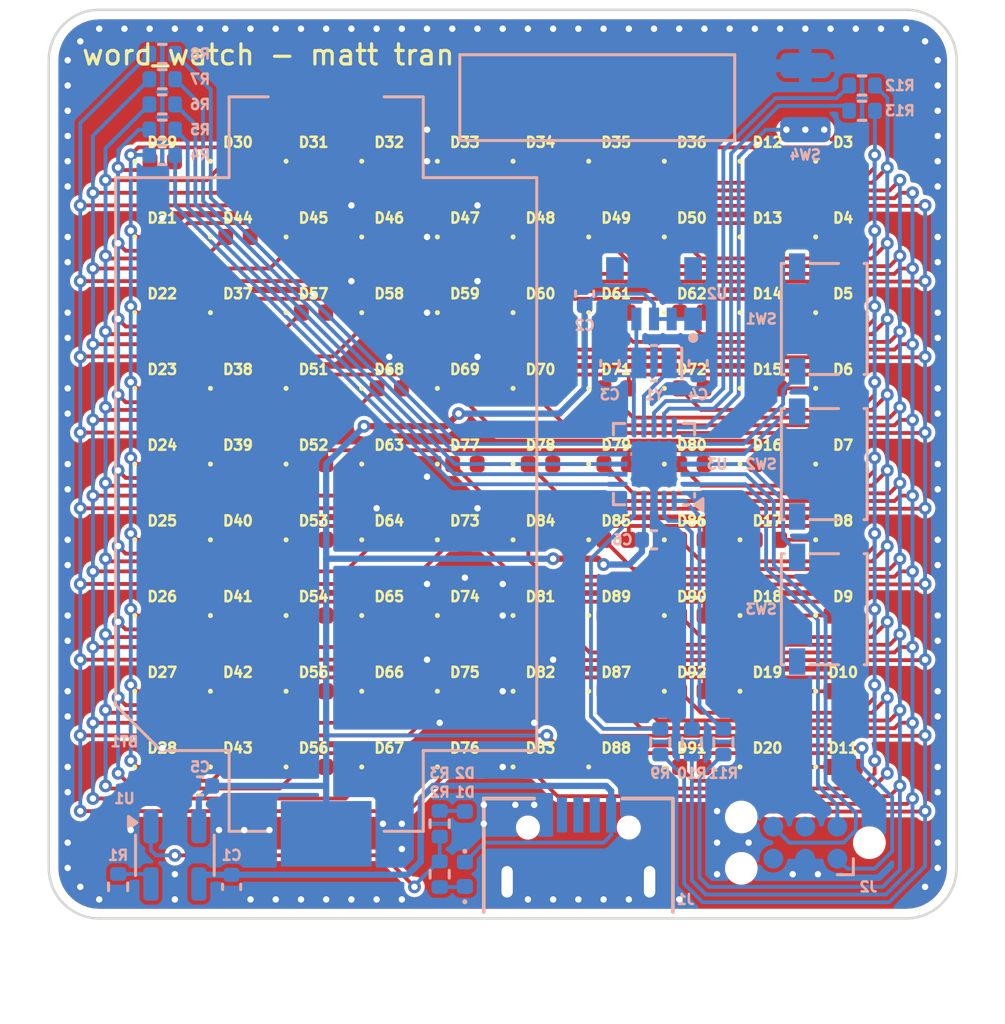
<source format=kicad_pcb>
(kicad_pcb (version 20240108) (generator "pcbnew") (generator_version "8.0")
  (layers (0 "F.Cu" signal) (31 "B.Cu" signal) (34 "B.Paste" user) (35 "F.Paste" user) (36 "B.SilkS" user "B.Silkscreen") (37 "F.SilkS" user "F.Silkscreen") (38 "B.Mask" user) (39 "F.Mask" user) (44 "Edge.Cuts" user))
  (net 0 "")
  (net 1 "+BATT")
  (net 2 "GND")
  (net 3 "+5V")
  (net 4 "/xtal_in")
  (net 5 "/xtal_out")
  (net 6 "Net-(D1-K)")
  (net 7 "/led10")
  (net 8 "/led1")
  (net 9 "/led2")
  (net 10 "/led3")
  (net 11 "/led4")
  (net 12 "/led5")
  (net 13 "/led6")
  (net 14 "/led7")
  (net 15 "/led8")
  (net 16 "/led9")
  (net 20 "/updi")
  (net 22 "/tx")
  (net 24 "Net-(U1-PROG)")
  (net 25 "/btn_up")
  (net 26 "/btn_wake")
  (net 27 "/btn_down")
  (net 28 "/shake_wake")
  (net 31 "/rled10")
  (net 32 "/rled1")
  (net 33 "/rled2")
  (net 34 "/rled3")
  (net 35 "/rled4")
  (net 36 "/rled5")
  (net 37 "/rled6")
  (net 38 "/rled7")
  (net 39 "/rled8")
  (net 40 "/rled9")
  (net 41 "Net-(D2-A)")
  (net 42 "Net-(U1-STAT)")
  (footprint "LED_SMD:LED_0402_1005Metric" (layer "F.Cu") (at 157.5 94)
    (property "Reference" "D62")
    (property "Value" "LED_Small_Filled")
  )
  (footprint "LED_SMD:LED_0402_1005Metric" (layer "F.Cu") (at 145.5 109)
    (property "Reference" "D66")
    (property "Value" "LED_Small_Filled")
  )
  (footprint "LED_SMD:LED_0402_1005Metric" (layer "F.Cu") (at 163.5 91)
    (property "Reference" "D4")
    (property "Value" "LED_Small_Filled")
  )
  (footprint "LED_SMD:LED_0402_1005Metric" (layer "F.Cu") (at 151.5 103)
    (property "Reference" "D84")
    (property "Value" "LED_Small_Filled")
  )
  (footprint "LED_SMD:LED_0402_1005Metric" (layer "F.Cu") (at 154.5 88)
    (property "Reference" "D35")
    (property "Value" "LED_Small_Filled")
  )
  (footprint "LED_SMD:LED_0402_1005Metric" (layer "F.Cu") (at 157.5 103)
    (property "Reference" "D86")
    (property "Value" "LED_Small_Filled")
  )
  (footprint "LED_SMD:LED_0402_1005Metric" (layer "F.Cu") (at 160.5 100)
    (property "Reference" "D16")
    (property "Value" "LED_Small_Filled")
  )
  (footprint "LED_SMD:LED_0402_1005Metric" (layer "F.Cu") (at 154.5 106)
    (property "Reference" "D89")
    (property "Value" "LED_Small_Filled")
  )
  (footprint "LED_SMD:LED_0402_1005Metric" (layer "F.Cu") (at 145.5 94)
    (property "Reference" "D58")
    (property "Value" "LED_Small_Filled")
  )
  (footprint "LED_SMD:LED_0402_1005Metric" (layer "F.Cu") (at 139.5 94)
    (property "Reference" "D37")
    (property "Value" "LED_Small_Filled")
  )
  (footprint "LED_SMD:LED_0402_1005Metric" (layer "F.Cu") (at 160.5 91)
    (property "Reference" "D13")
    (property "Value" "LED_Small_Filled")
  )
  (footprint "LED_SMD:LED_0402_1005Metric" (layer "F.Cu") (at 145.5 100)
    (property "Reference" "D63")
    (property "Value" "LED_Small_Filled")
  )
  (footprint "LED_SMD:LED_0402_1005Metric" (layer "F.Cu") (at 154.5 109)
    (property "Reference" "D87")
    (property "Value" "LED_Small_Filled")
  )
  (footprint "LED_SMD:LED_0402_1005Metric" (layer "F.Cu") (at 160.5 106)
    (property "Reference" "D18")
    (property "Value" "LED_Small_Filled")
  )
  (footprint "LED_SMD:LED_0402_1005Metric" (layer "F.Cu") (at 136.5 94)
    (property "Reference" "D22")
    (property "Value" "LED_Small_Filled")
  )
  (footprint "LED_SMD:LED_0402_1005Metric" (layer "F.Cu") (at 136.5 103)
    (property "Reference" "D25")
    (property "Value" "LED_Small_Filled")
  )
  (footprint "LED_SMD:LED_0402_1005Metric" (layer "F.Cu") (at 157.5 112)
    (property "Reference" "D91")
    (property "Value" "LED_Small_Filled")
  )
  (footprint "LED_SMD:LED_0402_1005Metric" (layer "F.Cu") (at 160.5 94)
    (property "Reference" "D14")
    (property "Value" "LED_Small_Filled")
  )
  (footprint "LED_SMD:LED_0402_1005Metric" (layer "F.Cu") (at 139.5 109)
    (property "Reference" "D42")
    (property "Value" "LED_Small_Filled")
  )
  (footprint "LED_SMD:LED_0402_1005Metric" (layer "F.Cu") (at 142.5 106)
    (property "Reference" "D54")
    (property "Value" "LED_Small_Filled")
  )
  (footprint "LED_SMD:LED_0402_1005Metric" (layer "F.Cu") (at 136.5 112)
    (property "Reference" "D28")
    (property "Value" "LED_Small_Filled")
  )
  (footprint "LED_SMD:LED_0402_1005Metric" (layer "F.Cu") (at 145.5 103)
    (property "Reference" "D64")
    (property "Value" "LED_Small_Filled")
  )
  (footprint "LED_SMD:LED_0402_1005Metric" (layer "F.Cu") (at 151.5 91)
    (property "Reference" "D48")
    (property "Value" "LED_Small_Filled")
  )
  (footprint "LED_SMD:LED_0402_1005Metric" (layer "F.Cu") (at 160.5 109)
    (property "Reference" "D19")
    (property "Value" "LED_Small_Filled")
  )
  (footprint "LED_SMD:LED_0402_1005Metric" (layer "F.Cu") (at 151.5 100)
    (property "Reference" "D78")
    (property "Value" "LED_Small_Filled")
  )
  (footprint "LED_SMD:LED_0402_1005Metric" (layer "F.Cu") (at 157.5 91)
    (property "Reference" "D50")
    (property "Value" "LED_Small_Filled")
  )
  (footprint "LED_SMD:LED_0402_1005Metric" (layer "F.Cu") (at 139.5 100)
    (property "Reference" "D39")
    (property "Value" "LED_Small_Filled")
  )
  (footprint "LED_SMD:LED_0402_1005Metric" (layer "F.Cu") (at 145.5 106)
    (property "Reference" "D65")
    (property "Value" "LED_Small_Filled")
  )
  (footprint "LED_SMD:LED_0402_1005Metric" (layer "F.Cu") (at 154.5 94)
    (property "Reference" "D61")
    (property "Value" "LED_Small_Filled")
  )
  (footprint "LED_SMD:LED_0402_1005Metric" (layer "F.Cu") (at 139.5 112)
    (property "Reference" "D43")
    (property "Value" "LED_Small_Filled")
  )
  (footprint "LED_SMD:LED_0402_1005Metric" (layer "F.Cu") (at 163.5 94)
    (property "Reference" "D5")
    (property "Value" "LED_Small_Filled")
  )
  (footprint "LED_SMD:LED_0402_1005Metric" (layer "F.Cu") (at 148.5 112)
    (property "Reference" "D76")
    (property "Value" "LED_Small_Filled")
  )
  (footprint "LED_SMD:LED_0402_1005Metric" (layer "F.Cu") (at 136.5 106)
    (property "Reference" "D26")
    (property "Value" "LED_Small_Filled")
  )
  (footprint "LED_SMD:LED_0402_1005Metric" (layer "F.Cu") (at 139.5 88)
    (property "Reference" "D30")
    (property "Value" "LED_Small_Filled")
  )
  (footprint "LED_SMD:LED_0402_1005Metric" (layer "F.Cu") (at 151.5 97)
    (property "Reference" "D70")
    (property "Value" "LED_Small_Filled")
  )
  (footprint "LED_SMD:LED_0402_1005Metric" (layer "F.Cu") (at 157.5 106)
    (property "Reference" "D90")
    (property "Value" "LED_Small_Filled")
  )
  (footprint "LED_SMD:LED_0402_1005Metric" (layer "F.Cu") (at 148.5 109)
    (property "Reference" "D75")
    (property "Value" "LED_Small_Filled")
  )
  (footprint "LED_SMD:LED_0402_1005Metric" (layer "F.Cu") (at 154.5 100)
    (property "Reference" "D79")
    (property "Value" "LED_Small_Filled")
  )
  (footprint "LED_SMD:LED_0402_1005Metric" (layer "F.Cu") (at 148.5 100)
    (property "Reference" "D77")
    (property "Value" "LED_Small_Filled")
  )
  (footprint "LED_SMD:LED_0402_1005Metric" (layer "F.Cu") (at 163.5 97)
    (property "Reference" "D6")
    (property "Value" "LED_Small_Filled")
  )
  (footprint "LED_SMD:LED_0402_1005Metric" (layer "F.Cu") (at 142.5 91)
    (property "Reference" "D45")
    (property "Value" "LED_Small_Filled")
  )
  (footprint "LED_SMD:LED_0402_1005Metric" (layer "F.Cu") (at 148.5 97)
    (property "Reference" "D69")
    (property "Value" "LED_Small_Filled")
  )
  (footprint "LED_SMD:LED_0402_1005Metric" (layer "F.Cu") (at 154.5 91)
    (property "Reference" "D49")
    (property "Value" "LED_Small_Filled")
  )
  (footprint "LED_SMD:LED_0402_1005Metric" (layer "F.Cu") (at 163.5 106)
    (property "Reference" "D9")
    (property "Value" "LED_Small_Filled")
  )
  (footprint "LED_SMD:LED_0402_1005Metric" (layer "F.Cu") (at 163.5 88)
    (property "Reference" "D3")
    (property "Value" "LED_Small_Filled")
  )
  (footprint "LED_SMD:LED_0402_1005Metric" (layer "F.Cu") (at 151.5 109)
    (property "Reference" "D82")
    (property "Value" "LED_Small_Filled")
  )
  (footprint "LED_SMD:LED_0402_1005Metric" (layer "F.Cu") (at 148.5 106)
    (property "Reference" "D74")
    (property "Value" "LED_Small_Filled")
  )
  (footprint "LED_SMD:LED_0402_1005Metric" (layer "F.Cu") (at 139.5 106)
    (property "Reference" "D41")
    (property "Value" "LED_Small_Filled")
  )
  (footprint "LED_SMD:LED_0402_1005Metric" (layer "F.Cu") (at 145.5 91)
    (property "Reference" "D46")
    (property "Value" "LED_Small_Filled")
  )
  (footprint "LED_SMD:LED_0402_1005Metric" (layer "F.Cu") (at 160.5 103)
    (property "Reference" "D17")
    (property "Value" "LED_Small_Filled")
  )
  (footprint "LED_SMD:LED_0402_1005Metric" (layer "F.Cu") (at 151.5 88)
    (property "Reference" "D34")
    (property "Value" "LED_Small_Filled")
  )
  (footprint "LED_SMD:LED_0402_1005Metric" (layer "F.Cu") (at 148.5 91)
    (property "Reference" "D47")
    (property "Value" "LED_Small_Filled")
  )
  (footprint "LED_SMD:LED_0402_1005Metric" (layer "F.Cu") (at 142.5 97)
    (property "Reference" "D51")
    (property "Value" "LED_Small_Filled")
  )
  (footprint "LED_SMD:LED_0402_1005Metric" (layer "F.Cu") (at 154.5 103)
    (property "Reference" "D85")
    (property "Value" "LED_Small_Filled")
  )
  (footprint "LED_SMD:LED_0402_1005Metric" (layer "F.Cu") (at 139.5 91)
    (property "Reference" "D44")
    (property "Value" "LED_Small_Filled")
  )
  (footprint "LED_SMD:LED_0402_1005Metric" (layer "F.Cu") (at 148.5 88)
    (property "Reference" "D33")
    (property "Value" "LED_Small_Filled")
  )
  (footprint "LED_SMD:LED_0402_1005Metric" (layer "F.Cu") (at 148.5 94)
    (property "Reference" "D59")
    (property "Value" "LED_Small_Filled")
  )
  (footprint "LED_SMD:LED_0402_1005Metric" (layer "F.Cu") (at 142.5 109)
    (property "Reference" "D55")
    (property "Value" "LED_Small_Filled")
  )
  (footprint "LED_SMD:LED_0402_1005Metric" (layer "F.Cu") (at 136.5 100)
    (property "Reference" "D24")
    (property "Value" "LED_Small_Filled")
  )
  (footprint "LED_SMD:LED_0402_1005Metric" (layer "F.Cu") (at 145.5 97)
    (property "Reference" "D68")
    (property "Value" "LED_Small_Filled")
  )
  (footprint "LED_SMD:LED_0402_1005Metric" (layer "F.Cu") (at 142.5 94)
    (property "Reference" "D57")
    (property "Value" "LED_Small_Filled")
  )
  (footprint "LED_SMD:LED_0402_1005Metric" (layer "F.Cu") (at 148.5 103)
    (property "Reference" "D73")
    (property "Value" "LED_Small_Filled")
  )
  (footprint "LED_SMD:LED_0402_1005Metric" (layer "F.Cu") (at 163.5 109)
    (property "Reference" "D10")
    (property "Value" "LED_Small_Filled")
  )
  (footprint "LED_SMD:LED_0402_1005Metric" (layer "F.Cu") (at 151.5 112)
    (property "Reference" "D83")
    (property "Value" "LED_Small_Filled")
  )
  (footprint "LED_SMD:LED_0402_1005Metric" (layer "F.Cu") (at 139.5 97)
    (property "Reference" "D38")
    (property "Value" "LED_Small_Filled")
  )
  (footprint "LED_SMD:LED_0402_1005Metric" (layer "F.Cu") (at 163.5 100)
    (property "Reference" "D7")
    (property "Value" "LED_Small_Filled")
  )
  (footprint "LED_SMD:LED_0402_1005Metric" (layer "F.Cu") (at 136.5 88)
    (property "Reference" "D29")
    (property "Value" "LED_Small_Filled")
  )
  (footprint "LED_SMD:LED_0402_1005Metric" (layer "F.Cu") (at 151.5 94)
    (property "Reference" "D60")
    (property "Value" "LED_Small_Filled")
  )
  (footprint "LED_SMD:LED_0402_1005Metric" (layer "F.Cu") (at 136.5 109)
    (property "Reference" "D27")
    (property "Value" "LED_Small_Filled")
  )
  (footprint "LED_SMD:LED_0402_1005Metric" (layer "F.Cu") (at 160.5 97)
    (property "Reference" "D15")
    (property "Value" "LED_Small_Filled")
  )
  (footprint "LED_SMD:LED_0402_1005Metric" (layer "F.Cu") (at 142.5 88)
    (property "Reference" "D31")
    (property "Value" "LED_Small_Filled")
  )
  (footprint "LED_SMD:LED_0402_1005Metric" (layer "F.Cu") (at 142.5 100)
    (property "Reference" "D52")
    (property "Value" "LED_Small_Filled")
  )
  (footprint "LED_SMD:LED_0402_1005Metric" (layer "F.Cu") (at 160.5 88)
    (property "Reference" "D12")
    (property "Value" "LED_Small_Filled")
  )
  (footprint "LED_SMD:LED_0402_1005Metric" (layer "F.Cu") (at 145.5 112)
    (property "Reference" "D67")
    (property "Value" "LED_Small_Filled")
  )
  (footprint "LED_SMD:LED_0402_1005Metric" (layer "F.Cu") (at 142.5 103)
    (property "Reference" "D53")
    (property "Value" "LED_Small_Filled")
  )
  (footprint "LED_SMD:LED_0402_1005Metric" (layer "F.Cu") (at 151.5 106)
    (property "Reference" "D81")
    (property "Value" "LED_Small_Filled")
  )
  (footprint "LED_SMD:LED_0402_1005Metric" (layer "F.Cu") (at 136.5 97)
    (property "Reference" "D23")
    (property "Value" "LED_Small_Filled")
  )
  (footprint "LED_SMD:LED_0402_1005Metric" (layer "F.Cu") (at 163.5 112)
    (property "Reference" "D11")
    (property "Value" "LED_Small_Filled")
  )
  (footprint "LED_SMD:LED_0402_1005Metric" (layer "F.Cu") (at 157.5 88)
    (property "Reference" "D36")
    (property "Value" "LED_Small_Filled")
  )
  (footprint "LED_SMD:LED_0402_1005Metric" (layer "F.Cu") (at 136.5 91)
    (property "Reference" "D21")
    (property "Value" "LED_Small_Filled")
  )
  (footprint "LED_SMD:LED_0402_1005Metric" (layer "F.Cu") (at 163.5 103)
    (property "Reference" "D8")
    (property "Value" "LED_Small_Filled")
  )
  (footprint "LED_SMD:LED_0402_1005Metric" (layer "F.Cu") (at 154.5 112)
    (property "Reference" "D88")
    (property "Value" "LED_Small_Filled")
  )
  (footprint "LED_SMD:LED_0402_1005Metric" (layer "F.Cu") (at 157.5 100)
    (property "Reference" "D80")
    (property "Value" "LED_Small_Filled")
  )
  (footprint "LED_SMD:LED_0402_1005Metric" (layer "F.Cu") (at 160.5 112)
    (property "Reference" "D20")
    (property "Value" "LED_Small_Filled")
  )
  (footprint "LED_SMD:LED_0402_1005Metric" (layer "F.Cu") (at 145.5 88)
    (property "Reference" "D32")
    (property "Value" "LED_Small_Filled")
  )
  (footprint "LED_SMD:LED_0402_1005Metric" (layer "F.Cu") (at 139.5 103)
    (property "Reference" "D40")
    (property "Value" "LED_Small_Filled")
  )
  (footprint "LED_SMD:LED_0402_1005Metric" (layer "F.Cu") (at 142.5 112)
    (property "Reference" "D56")
    (property "Value" "LED_Small_Filled")
  )
  (footprint "LED_SMD:LED_0402_1005Metric" (layer "F.Cu") (at 154.5 97)
    (property "Reference" "D71")
    (property "Value" "LED_Small_Filled")
  )
  (footprint "LED_SMD:LED_0402_1005Metric" (layer "F.Cu") (at 157.5 109)
    (property "Reference" "D92")
    (property "Value" "LED_Small_Filled")
  )
  (footprint "LED_SMD:LED_0402_1005Metric" (layer "F.Cu") (at 157.5 97)
    (property "Reference" "D72")
    (property "Value" "LED_Small_Filled")
  )
  (footprint "Resistor_SMD:R_0402_1005Metric" (layer "B.Cu") (at 164.25 86)
    (property "Reference" "R13")
    (property "Value" "22")
  )
  (footprint "Button_Switch_SMD:SW_SPST_PTS810" (layer "B.Cu") (at 162.75 94.25 90)
    (property "Reference" "SW1")
    (property "Value" "btn_up")
  )
  (footprint "Package_TO_SOT_SMD:SOT-23-5" (layer "B.Cu") (at 137 115.5 -90)
    (property "Reference" "U1")
    (property "Value" "MCP73831-2-OT")
  )
  (footprint "Capacitor_SMD:C_0402_1005Metric" (layer "B.Cu") (at 139.25 116.75 -90)
    (property "Reference" "C1")
    (property "Value" "4u7")
  )
  (footprint "Capacitor_SMD:C_0402_1005Metric" (layer "B.Cu") (at 154.25 96 -90)
    (property "Reference" "C3")
    (property "Value" "20p")
  )
  (footprint "Resistor_SMD:R_0402_1005Metric" (layer "B.Cu") (at 136.5 84.75 180)
    (property "Reference" "R7")
    (property "Value" "22")
  )
  (footprint "Crystal:Crystal_SMD_MicroCrystal_CM9V-T1A-2Pin_1.6x1.0mm" (layer "B.Cu") (at 156 96 180)
    (property "Reference" "Y1")
    (property "Value" "32.768kHz")
  )
  (footprint "LED_SMD:LED_0402_1005Metric" (layer "B.Cu") (at 148.5 116.25 90)
    (property "Reference" "D1")
    (property "Value" "charge")
  )
  (footprint "Resistor_SMD:R_0402_1005Metric" (layer "B.Cu") (at 147.5 114.25 90)
    (property "Reference" "R3")
    (property "Value" "2k2")
  )
  (footprint "Crystal:Crystal_AT310_D3.0mm_L10.0mm_Horizontal" (layer "B.Cu") (at 162 86.75 90)
    (property "Reference" "SW4")
    (property "Value" "SW-18020P")
  )
  (footprint "LED_SMD:LED_0402_1005Metric" (layer "B.Cu") (at 148.5 114.25 90)
    (property "Reference" "D2")
    (property "Value" "full")
  )
  (footprint "Resistor_SMD:R_0402_1005Metric" (layer "B.Cu") (at 134.75 116.75 -90)
    (property "Reference" "R1")
    (property "Value" "10k")
  )
  (footprint "Capacitor_SMD:C_0402_1005Metric" (layer "B.Cu") (at 156 103)
    (property "Reference" "C6")
    (property "Value" "100n")
  )
  (footprint "Resistor_SMD:R_0402_1005Metric" (layer "B.Cu") (at 136.5 83.75 180)
    (property "Reference" "R8")
    (property "Value" "22")
  )
  (footprint "Capacitor_SMD:C_0402_1005Metric" (layer "B.Cu") (at 157.75 96 90)
    (property "Reference" "C4")
    (property "Value" "20p")
  )
  (footprint "Capacitor_SMD:C_0402_1005Metric" (layer "B.Cu") (at 153.25 93.25 90)
    (property "Reference" "C2")
    (property "Value" "100n")
  )
  (footprint "Button_Switch_SMD:SW_SPST_PTS810" (layer "B.Cu") (at 162.75 105.75 90)
    (property "Reference" "SW3")
    (property "Value" "btn_wake")
  )
  (footprint "Resistor_SMD:R_0402_1005Metric" (layer "B.Cu") (at 147.5 116.25 -90)
    (property "Reference" "R2")
    (property "Value" "2k2")
  )
  (footprint "Resistor_SMD:R_0402_1005Metric" (layer "B.Cu") (at 158.75 111 -90)
    (property "Reference" "R11")
    (property "Value" "22")
  )
  (footprint "extraparts:USB_Micro-B_U254-05" (layer "B.Cu") (at 153 118 180)
    (property "Reference" "J1")
    (property "Value" "charge")
  )
  (footprint "Capacitor_SMD:C_0402_1005Metric" (layer "B.Cu") (at 138 112.75 180)
    (property "Reference" "C5")
    (property "Value" "4u7")
  )
  (footprint "Battery:BatteryHolder_Keystone_1060_1x2032" (layer "B.Cu") (at 143 100 90)
    (property "Reference" "BT1")
    (property "Value" "CR2032")
  )
  (footprint "Button_Switch_SMD:SW_SPST_PTS810" (layer "B.Cu") (at 162.75 100 90)
    (property "Reference" "SW2")
    (property "Value" "btn_down")
  )
  (footprint "Package_DFN_QFN:VQFN-20-1EP_3x3mm_P0.4mm_EP1.7x1.7mm" (layer "B.Cu") (at 156 100 90)
    (property "Reference" "U3")
    (property "Value" "ATtiny1616-M")
  )
  (footprint "Resistor_SMD:R_0402_1005Metric" (layer "B.Cu") (at 136.5 87.75 180)
    (property "Reference" "R4")
    (property "Value" "22")
  )
  (footprint "Connector:Tag-Connect_TC2030-IDC-NL_2x03_P1.27mm_Vertical" (layer "B.Cu") (at 162 115 180)
    (property "Reference" "J2")
    (property "Value" "updi/uart")
  )
  (footprint "Resistor_SMD:R_0402_1005Metric" (layer "B.Cu") (at 136.5 85.75 180)
    (property "Reference" "R6")
    (property "Value" "22")
  )
  (footprint "Resistor_SMD:R_0402_1005Metric" (layer "B.Cu") (at 156.25 111 -90)
    (property "Reference" "R9")
    (property "Value" "22")
  )
  (footprint "Resistor_SMD:R_0402_1005Metric" (layer "B.Cu") (at 136.5 86.75 180)
    (property "Reference" "R5")
    (property "Value" "22")
  )
  (footprint "Resistor_SMD:R_0402_1005Metric" (layer "B.Cu") (at 164.25 85)
    (property "Reference" "R12")
    (property "Value" "22")
  )
  (footprint "Resistor_SMD:R_0402_1005Metric" (layer "B.Cu") (at 157.5 111 -90)
    (property "Reference" "R10")
    (property "Value" "22")
  )
  (footprint "extraparts:Crystal_SMD_SeikoEpson_TG-3541CE-10Pin_3.2x2.5mm" (layer "B.Cu") (at 156 93.25 180)
    (property "Reference" "U2")
    (property "Value" "TG-3541CE")
  )
  (gr_line (start 134 118) (end 166 118) (stroke (width 0.1)) (layer "Edge.Cuts"))
  (gr_line (start 168 116) (end 168 84) (stroke (width 0.1)) (layer "Edge.Cuts"))
  (gr_arc (start 134 118) (mid 132.585786 117.414214) (end 132 116) (stroke (width 0.1)) (layer "Edge.Cuts"))
  (gr_line (start 166 82) (end 134 82) (stroke (width 0.1)) (layer "Edge.Cuts"))
  (gr_arc (start 168 116) (mid 167.414214 117.414214) (end 166 118) (stroke (width 0.1)) (layer "Edge.Cuts"))
  (gr_arc (start 132 84) (mid 132.585786 82.585786) (end 134 82) (stroke (width 0.1)) (layer "Edge.Cuts"))
  (gr_arc (start 166 82) (mid 167.414214 82.585786) (end 168 84) (stroke (width 0.1)) (layer "Edge.Cuts"))
  (gr_line (start 132 84) (end 132 116) (stroke (width 0.1)) (layer "Edge.Cuts"))
  (gr_text "word_watch - matt tran" (at 133.25 84.25 0) (layer "F.SilkS") (effects (font (size 0.8 0.8) (thickness 0.127)) (justify left bottom)))
  (segment (start 163.75 111.25) (end 163.6466 111.1466) (width 0.1524) (layer "F.Cu") (net 1))
  (segment (start 163.75 111.25) (end 164.25 111.25) (width 0.1524) (layer "F.Cu") (net 1))
  (segment (start 148.25 98) (end 147.75 98.5) (width 0.25) (layer "F.Cu") (net 1))
  (segment (start 163.6466 111.1466) (end 152.1466 111.1466) (width 0.1524) (layer "F.Cu") (net 1))
  (segment (start 152 103.75) (end 153.7696 103.75) (width 0.25) (layer "F.Cu") (net 1))
  (segment (start 152.1466 111.1466) (end 151.75 110.75) (width 0.1524) (layer "F.Cu") (net 1))
  (segment (start 153.7696 103.75) (end 154 103.9804) (width 0.25) (layer "F.Cu") (net 1))
  (segment (start 147.75 98.5) (end 144.5 98.5) (width 0.25) (layer "F.Cu") (net 1))
  (via (at 154 103.9804) (size 0.508) (drill 0.254) (layers "F.Cu" "B.Cu") (net 1))
  (via (at 148.25 98) (size 0.508) (drill 0.254) (layers "F.Cu" "B.Cu") (net 1))
  (via (at 151.75 110.75) (size 0.508) (drill 0.254) (layers "F.Cu" "B.Cu") (net 1))
  (via (at 164.25 111.25) (size 0.508) (drill 0.254) (layers "F.Cu" "B.Cu") (net 1))
  (via (at 152 103.75) (size 0.508) (drill 0.254) (layers "F.Cu" "B.Cu") (net 1))
  (via (at 144.5 98.5) (size 0.508) (drill 0.254) (layers "F.Cu" "B.Cu") (net 1))
  (segment (start 155.6 102.92) (end 155.52 103) (width 0.1524) (layer "B.Cu") (net 1))
  (segment (start 163.663699 116.028699) (end 164.753176 116.028699) (width 0.1524) (layer "B.Cu") (net 1))
  (segment (start 143 100) (end 144.5 98.5) (width 0.25) (layer "B.Cu") (net 1))
  (segment (start 155.6024 93.25) (end 156 93.6476) (width 0.1524) (layer "B.Cu") (net 1))
  (segment (start 143 112.75) (end 143 110.75) (width 0.25) (layer "B.Cu") (net 1))
  (segment (start 143 110.75) (end 143 103.75) (width 0.25) (layer "B.Cu") (net 1))
  (segment (start 152.25 98) (end 153.25 97) (width 0.25) (layer "B.Cu") (net 1))
  (segment (start 156 94.25) (end 156.7 94.25) (width 0.1524) (layer "B.Cu") (net 1))
  (segment (start 165.4452 115.336675) (end 165.4452 113.1952) (width 0.1524) (layer "B.Cu") (net 1))
  (segment (start 143 112.75) (end 143 114.65) (width 0.25) (layer "B.Cu") (net 1))
  (segment (start 155.0196 103.9804) (end 155.52 103.48) (width 0.25) (layer "B.Cu") (net 1))
  (segment (start 164.25 112) (end 164.25 111.25) (width 0.1524) (layer "B.Cu") (net 1))
  (segment (start 165.4452 113.1952) (end 164.25 112) (width 0.1524) (layer "B.Cu") (net 1))
  (segment (start 137.95 113.28) (end 138.48 112.75) (width 0.25) (layer "B.Cu") (net 1))
  (segment (start 153.25 93.73) (end 153.73 93.25) (width 0.1524) (layer "B.Cu") (net 1))
  (segment (start 163.27 115.635) (end 163.663699 116.028699) (width 0.1524) (layer "B.Cu") (net 1))
  (segment (start 155.6 101.45) (end 155.6 102.92) (width 0.1524) (layer "B.Cu") (net 1))
  (segment (start 164.753176 116.028699) (end 165.4452 115.336675) (width 0.1524) (layer "B.Cu") (net 1))
  (segment (start 156.7 94.25) (end 157.55 94.25) (width 0.1524) (layer "B.Cu") (net 1))
  (segment (start 138.48 112.75) (end 143 112.75) (width 0.25) (layer "B.Cu") (net 1))
  (segment (start 143 102.75) (end 143 100) (width 0.25) (layer "B.Cu") (net 1))
  (segment (start 143 103.75) (end 143 102.75) (width 0.25) (layer "B.Cu") (net 1))
  (segment (start 155.52 103.48) (end 155.52 103) (width 0.25) (layer "B.Cu") (net 1))
  (segment (start 156 93.6476) (end 156 94.25) (width 0.1524) (layer "B.Cu") (net 1))
  (segment (start 148.25 98) (end 152.25 98) (width 0.25) (layer "B.Cu") (net 1))
  (segment (start 151.75 110.75) (end 143 110.75) (width 0.1524) (layer "B.Cu") (net 1))
  (segment (start 153.25 97) (end 153.25 93.73) (width 0.25) (layer "B.Cu") (net 1))
  (segment (start 143 103.75) (end 152 103.75) (width 0.25) (layer "B.Cu") (net 1))
  (segment (start 154 103.9804) (end 155.0196 103.9804) (width 0.25) (layer "B.Cu") (net 1))
  (segment (start 137.95 114.3625) (end 137.95 113.28) (width 0.25) (layer "B.Cu") (net 1))
  (segment (start 153.73 93.25) (end 155.6024 93.25) (width 0.1524) (layer "B.Cu") (net 1))
  (via (at 132.75 94) (size 0.508) (drill 0.254) (layers "F.Cu" "B.Cu") (net 2))
  (via (at 150 106) (size 0.508) (drill 0.254) (layers "F.Cu" "B.Cu") (net 2))
  (via (at 144 82.75) (size 0.508) (drill 0.254) (layers "F.Cu" "B.Cu") (net 2))
  (via (at 167.25 116) (size 0.508) (drill 0.254) (layers "F.Cu" "B.Cu") (net 2))
  (via (at 145.5 95.75) (size 0.508) (drill 0.254) (layers "F.Cu" "B.Cu") (net 2))
  (via (at 132.75 100) (size 0.508) (drill 0.254) (layers "F.Cu" "B.Cu") (net 2))
  (via (at 142 117.25) (size 0.508) (drill 0.254) (layers "F.Cu" "B.Cu") (net 2))
  (via (at 167.25 103) (size 0.508) (drill 0.254) (layers "F.Cu" "B.Cu") (net 2))
  (via (at 151 117.25) (size 0.508) (drill 0.254) (layers "F.Cu" "B.Cu") (net 2))
  (via (at 153 82.75) (size 0.508) (drill 0.254) (layers "F.Cu" "B.Cu") (net 2))
  (via (at 167.25 94) (size 0.508) (drill 0.254) (layers "F.Cu" "B.Cu") (net 2))
  (via (at 158.5 113.75) (size 0.508) (drill 0.254) (layers "F.Cu" "B.Cu") (net 2))
  (via (at 159 82.75) (size 0.508) (drill 0.254) (layers "F.Cu" "B.Cu") (net 2))
  (via (at 149.25 113.5) (size 0.508) (drill 0.254) (layers "F.Cu" "B.Cu") (net 2))
  (via (at 146 114.25) (size 0.508) (drill 0.254) (layers "F.Cu" "B.Cu") (net 2))
  (via (at 149 92.75) (size 0.508) (drill 0.254) (layers "F.Cu" "B.Cu") (net 2))
  (via (at 132.75 88) (size 0.508) (drill 0.254) (layers "F.Cu" "B.Cu") (net 2))
  (via (at 147 82.75) (size 0.508) (drill 0.254) (layers "F.Cu" "B.Cu") (net 2))
  (via (at 152 117.25) (size 0.508) (drill 0.254) (layers "F.Cu" "B.Cu") (net 2))
  (via (at 133.25 116.75) (size 0.508) (drill 0.254) (layers "F.Cu" "B.Cu") (net 2))
  (via (at 152 82.75) (size 0.508) (drill 0.254) (layers "F.Cu" "B.Cu") (net 2))
  (via (at 167.25 112) (size 0.508) (drill 0.254) (layers "F.Cu" "B.Cu") (net 2))
  (via (at 132.75 101) (size 0.508) (drill 0.254) (layers "F.Cu" "B.Cu") (net 2))
  (via (at 132.75 86) (size 0.508) (drill 0.254) (layers "F.Cu" "B.Cu") (net 2))
  (via (at 138.75 114.5) (size 0.508) (drill 0.254) (layers "F.Cu" "B.Cu") (net 2))
  (via (at 154 82.75) (size 0.508) (drill 0.254) (layers "F.Cu" "B.Cu") (net 2))
  (via (at 147 86.75) (size 0.508) (drill 0.254) (layers "F.Cu" "B.Cu") (net 2))
  (via (at 167.25 87) (size 0.508) (drill 0.254) (layers "F.Cu" "B.Cu") (net 2))
  (via (at 132.75 113) (size 0.508) (drill 0.254) (layers "F.Cu" "B.Cu") (net 2))
  (via (at 161.5 116.25) (size 0.508) (drill 0.254) (layers "F.Cu" "B.Cu") (net 2))
  (via (at 157 117.25) (size 0.508) (drill 0.254) (layers "F.Cu" "B.Cu") (net 2))
  (via (at 132.75 107) (size 0.508) (drill 0.254) (layers "F.Cu" "B.Cu") (net 2))
  (via (at 167.25 106) (size 0.508) (drill 0.254) (layers "F.Cu" "B.Cu") (net 2))
  (via (at 155 117.25) (size 0.508) (drill 0.254) (layers "F.Cu" "B.Cu") (net 2))
  (via (at 145 82.75) (size 0.508) (drill 0.254) (layers "F.Cu" "B.Cu") (net 2))
  (via (at 134 82.75) (size 0.508) (drill 0.254) (layers "F.Cu" "B.Cu") (net 2))
  (via (at 139 82.75) (size 0.508) (drill 0.254) (layers "F.Cu" "B.Cu") (net 2))
  (via (at 162 82.75) (size 0.508) (drill 0.254) (layers "F.Cu" "B.Cu") (net 2))
  (via (at 132.75 109) (size 0.508) (drill 0.254) (layers "F.Cu" "B.Cu") (net 2))
  (via (at 151.25 113.5) (size 0.508) (drill 0.254) (layers "F.Cu" "B.Cu") (net 2))
  (via (at 140 117.25) (size 0.508) (drill 0.254) (layers "F.Cu" "B.Cu") (net 2))
  (via (at 140 82.75) (size 0.508) (drill 0.254) (layers "F.Cu" "B.Cu") (net 2))
  (via (at 132.75 106) (size 0.508) (drill 0.254) (layers "F.Cu" "B.Cu") (net 2))
  (via (at 132.75 97) (size 0.508) (drill 0.254) (layers "F.Cu" "B.Cu") (net 2))
  (via (at 167.25 107) (size 0.508) (drill 0.254) (layers "F.Cu" "B.Cu") (net 2))
  (via (at 132.75 84) (size 0.508) (drill 0.254) (layers "F.Cu" "B.Cu") (net 2))
  (via (at 151.25 110.25) (size 0.508) (drill 0.254) (layers "F.Cu" "B.Cu") (net 2))
  (via (at 167.25 109) (size 0.508) (drill 0.254) (layers "F.Cu" "B.Cu") (net 2))
  (via (at 158.5 116.25) (size 0.508) (drill 0.254) (layers "F.Cu" "B.Cu") (net 2))
  (via (at 159.75 115) (size 0.508) (drill 0.254) (layers "F.Cu" "B.Cu") (net 2))
  (via (at 136.5 90.25) (size 0.508) (drill 0.254) (layers "F.Cu" "B.Cu") (net 2))
  (via (at 149 95.75) (size 0.508) (drill 0.254) (layers "F.Cu" "B.Cu") (net 2))
  (via (at 158 82.75) (size 0.508) (drill 0.254) (layers "F.Cu" "B.Cu") (net 2))
  (via (at 138 82.75) (size 0.508) (drill 0.254) (layers "F.Cu" "B.Cu") (net 2))
  (via (at 147 107.75) (size 0.508) (drill 0.254) (layers "F.Cu" "B.Cu") (net 2))
  (via (at 147 88) (size 0.508) (drill 0.254) (layers "F.Cu" "B.Cu") (net 2))
  (via (at 144 92.75) (size 0.508) (drill 0.254) (layers "F.Cu" "B.Cu") (net 2))
  (via (at 156 82.75) (size 0.508) (drill 0.254) (layers "F.Cu" "B.Cu") (net 2))
  (via (at 164 82.75) (size 0.508) (drill 0.254) (layers "F.Cu" "B.Cu") (net 2))
  (via (at 155 82.75) (size 0.508) (drill 0.254) (layers "F.Cu" "B.Cu") (net 2))
  (via (at 144 89.75) (size 0.508) (drill 0.254) (layers "F.Cu" "B.Cu") (net 2))
  (via (at 150 104.75) (size 0.508) (drill 0.254) (layers "F.Cu" "B.Cu") (net 2))
  (via (at 137 116.25) (size 0.508) (drill 0.254) (layers "F.Cu" "B.Cu") (net 2))
  (via (at 132.75 98) (size 0.508) (drill 0.254) (layers "F.Cu" "B.Cu") (net 2))
  (via (at 167.25 110) (size 0.508) (drill 0.254) (layers "F.Cu" "B.Cu") (net 2))
  (via (at 149 89.75) (size 0.508) (drill 0.254) (layers "F.Cu" "B.Cu") (net 2))
  (via (at 136.5 111.25) (size 0.508) (drill 0.254) (layers "F.Cu" "B.Cu") (net 2))
  (via (at 141 82.75) (size 0.508) (drill 0.254) (layers "F.Cu" "B.Cu") (net 2))
  (via (at 167.25 89) (size 0.508) (drill 0.254) (layers "F.Cu" "B.Cu") (net 2))
  (via (at 147 91) (size 0.508) (drill 0.254) (layers "F.Cu" "B.Cu") (net 2))
  (via (at 132.75 112) (size 0.508) (drill 0.254) (layers "F.Cu" "B.Cu") (net 2))
  (via (at 132.75 104) (size 0.508) (drill 0.254) (layers "F.Cu" "B.Cu") (net 2))
  (via (at 166.75 116.75) (size 0.508) (drill 0.254) (layers "F.Cu" "B.Cu") (net 2))
  (via (at 139.75 114.5) (size 0.508) (drill 0.254) (layers "F.Cu" "B.Cu") (net 2))
  (via (at 167.25 84) (size 0.508) (drill 0.254) (layers "F.Cu" "B.Cu") (net 2))
  (via (at 161 82.75) (size 0.508) (drill 0.254) (layers "F.Cu" "B.Cu") (net 2))
  (via (at 162.5 116.25) (size 0.508) (drill 0.254) (layers "F.Cu" "B.Cu") (net 2))
  (via (at 147 104.75) (size 0.508) (drill 0.254) (layers "F.Cu" "B.Cu") (net 2))
  (via (at 167.25 88) (size 0.508) (drill 0.254) (layers "F.Cu" "B.Cu") (net 2))
  (via (at 132.75 103) (size 0.508) (drill 0.254) (layers "F.Cu" "B.Cu") (net 2))
  (via (at 157 82.75) (size 0.508) (drill 0.254) (layers "F.Cu" "B.Cu") (net 2))
  (via (at 167.25 113) (size 0.508) (drill 0.254) (layers "F.Cu" "B.Cu") (net 2))
  (via (at 160 82.75) (size 0.508) (drill 0.254) (layers "F.Cu" "B.Cu") (net 2))
  (via (at 140.75 114.5) (size 0.508) (drill 0.254) (layers "F.Cu" "B.Cu") (net 2))
  (via (at 137 82.75) (size 0.508) (drill 0.254) (layers "F.Cu" "B.Cu") (net 2))
  (via (at 146 82.75) (size 0.508) (drill 0.254) (layers "F.Cu" "B.Cu") (net 2))
  (via (at 132.75 116) (size 0.508) (drill 0.254) (layers "F.Cu" "B.Cu") (net 2))
  (via (at 132.75 87) (size 0.508) (drill 0.254) (layers "F.Cu" "B.Cu") (net 2))
  (via (at 144 117.25) (size 0.508) (drill 0.254) (layers "F.Cu" "B.Cu") (net 2))
  (via (at 167.25 97) (size 0.508) (drill 0.254) (layers "F.Cu" "B.Cu") (net 2))
  (via (at 132.75 115) (size 0.508) (drill 0.254) (layers "F.Cu" "B.Cu") (net 2))
  (via (at 149.25 114.25) (size 0.508) (drill 0.254) (layers "F.Cu" "B.Cu") (net 2))
  (via (at 132.75 85) (size 0.508) (drill 0.254) (layers "F.Cu" "B.Cu") (net 2))
  (via (at 132.75 92) (size 0.508) (drill 0.254) (layers "F.Cu" "B.Cu") (net 2))
  (via (at 167.25 115) (size 0.508) (drill 0.254) (layers "F.Cu" "B.Cu") (net 2))
  (via (at 143 117.25) (size 0.508) (drill 0.254) (layers "F.Cu" "B.Cu") (net 2))
  (via (at 136 82.75) (size 0.508) (drill 0.254) (layers "F.Cu" "B.Cu") (net 2))
  (via (at 145.25 114.25) (size 0.508) (drill 0.254) (layers "F.Cu" "B.Cu") (net 2))
  (via (at 167.25 86) (size 0.508) (drill 0.254) (layers "F.Cu" "B.Cu") (net 2))
  (via (at 143 82.75) (size 0.508) (drill 0.254) (layers "F.Cu" "B.Cu") (net 2))
  (via (at 149 101.75) (size 0.508) (drill 0.254) (layers "F.Cu" "B.Cu") (net 2))
  (via (at 132.75 95) (size 0.508) (drill 0.254) (layers "F.Cu" "B.Cu") (net 2))
  (via (at 145 101.75) (size 0.508) (drill 0.254) (layers "F.Cu" "B.Cu") (net 2))
  (via (at 166.75 83.25) (size 0.508) (drill 0.254) (layers "F.Cu" "B.Cu") (net 2))
  (via (at 150 82.75) (size 0.508) (drill 0.254) (layers "F.Cu" "B.Cu") (net 2))
  (via (at 132.75 91) (size 0.508) (drill 0.254) (layers "F.Cu" "B.Cu") (net 2))
  (via (at 150 112) (size 0.508) (drill 0.254) (layers "F.Cu" "B.Cu") (net 2))
  (via (at 167.25 98) (size 0.508) (drill 0.254) (layers "F.Cu" "B.Cu") (net 2))
  (via (at 145 117.25) (size 0.508) (drill 0.254) (layers "F.Cu" "B.Cu") (net 2))
  (via (at 152 107.75) (size 0.508) (drill 0.254) (layers "F.Cu" "B.Cu") (net 2))
  (via (at 133.25 83.25) (size 0.508) (drill 0.254) (layers "F.Cu" "B.Cu") (net 2))
  (via (at 154 117.25) (size 0.508) (drill 0.254) (layers "F.Cu" "B.Cu") (net 2))
  (via (at 166 82.75) (size 0.508) (drill 0.254) (layers "F.Cu" "B.Cu") (net 2))
  (via (at 167.25 92) (size 0.508) (drill 0.254) (layers "F.Cu" "B.Cu") (net 2))
  (via (at 167.25 91) (size 0.508) (drill 0.254) (layers "F.Cu" "B.Cu") (net 2))
  (via (at 146 115.25) (size 0.508) (drill 0.254) (layers "F.Cu" "B.Cu") (net 2))
  (via (at 167.25 100) (size 0.508) (drill 0.254) (layers "F.Cu" "B.Cu") (net 2))
  (via (at 137 117.25) (size 0.508) (drill 0.254) (layers "F.Cu" "B.Cu") (net 2))
  (via (at 147.5 110.25) (size 0.508) (drill 0.254) (layers "F.Cu" "B.Cu") (net 2))
  (via (at 135.25 114.5) (size 0.508) (drill 0.254) (layers "F.Cu" "B.Cu") (net 2))
  (via (at 134 117.25) (size 0.508) (drill 0.254) (layers "F.Cu" "B.Cu") (net 2))
  (via (at 163 82.75) (size 0.508) (drill 0.254) (layers "F.Cu" "B.Cu") (net 2))
  (via (at 141 117.25) (size 0.508) (drill 0.254) (layers "F.Cu" "B.Cu") (net 2))
  (via (at 167.25 104) (size 0.508) (drill 0.254) (layers "F.Cu" "B.Cu") (net 2))
  (via (at 146 117.25) (size 0.508) (drill 0.254) (layers "F.Cu" "B.Cu") (net 2))
  (via (at 142 82.75) (size 0.508) (drill 0.254) (layers "F.Cu" "B.Cu") (net 2))
  (via (at 150 109) (size 0.508) (drill 0.254) (layers "F.Cu" "B.Cu") (net 2))
  (via (at 153 117.25) (size 0.508) (drill 0.254) (layers "F.Cu" "B.Cu") (net 2))
  (via (at 147 94) (size 0.508) (drill 0.254) (layers "F.Cu" "B.Cu") (net 2))
  (via (at 158.5 115) (size 0.508) (drill 0.254) (layers "F.Cu" "B.Cu") (net 2))
  (via (at 132.75 89) (size 0.508) (drill 0.254) (layers "F.Cu" "B.Cu") (net 2))
  (via (at 148.5 104.5) (size 0.508) (drill 0.254) (layers "F.Cu" "B.Cu") (net 2))
  (via (at 151 82.75) (size 0.508) (drill 0.254) (layers "F.Cu" "B.Cu") (net 2))
  (via (at 149 82.75) (size 0.508) (drill 0.254) (layers "F.Cu" "B.Cu") (net 2))
  (via (at 167.25 95) (size 0.508) (drill 0.254) (layers "F.Cu" "B.Cu") (net 2))
  (via (at 132.75 110) (size 0.508) (drill 0.254) (layers "F.Cu" "B.Cu") (net 2))
  (via (at 135 82.75) (size 0.508) (drill 0.254) (layers "F.Cu" "B.Cu") (net 2))
  (via (at 165 82.75) (size 0.508) (drill 0.254) (layers "F.Cu" "B.Cu") (net 2))
  (via (at 150.5 113.5) (size 0.508) (drill 0.254) (layers "F.Cu" "B.Cu") (net 2))
  (via (at 167.25 101) (size 0.508) (drill 0.254) (layers "F.Cu" "B.Cu") (net 2))
  (via (at 147 100.5) (size 0.508) (drill 0.254) (layers "F.Cu" "B.Cu") (net 2))
  (via (at 148 82.75) (size 0.508) (drill 0.254) (layers "F.Cu" "B.Cu") (net 2))
  (via (at 167.25 85) (size 0.508) (drill 0.254) (layers "F.Cu" "B.Cu") (net 2))
  (segment (start 137.95 116.3) (end 137.95 116.6375) (width 0.25) (layer "B.Cu") (net 3))
  (segment (start 154.3 114.7) (end 154.3 113.9) (width 0.1524) (layer "B.Cu") (net 3))
  (segment (start 146.75 115.75) (end 146.75 113.25) (width 0.25) (layer "B.Cu") (net 3))
  (segment (start 149.275 115) (end 154 115) (width 0.1524) (layer "B.Cu") (net 3))
  (segment (start 154.1 112.75) (end 154.3 112.95) (width 0.25) (layer "B.Cu") (net 3))
  (segment (start 154 115) (end 154.3 114.7) (width 0.1524) (layer "B.Cu") (net 3))
  (segment (start 139.25 116.27) (end 146.23 116.27) (width 0.25) (layer "B.Cu") (net 3))
  (segment (start 147.25 112.75) (end 154.1 112.75) (width 0.25) (layer "B.Cu") (net 3))
  (segment (start 146.75 113.25) (end 147.25 112.75) (width 0.25) (layer "B.Cu") (net 3))
  (segment (start 137.98 116.27) (end 137.95 116.3) (width 0.25) (layer "B.Cu") (net 3))
  (segment (start 146.23 116.27) (end 146.75 115.75) (width 0.25) (layer "B.Cu") (net 3))
  (segment (start 148.5 115.765) (end 148.51 115.765) (width 0.1524) (layer "B.Cu") (net 3))
  (segment (start 139.25 116.27) (end 137.98 116.27) (width 0.25) (layer "B.Cu") (net 3))
  (segment (start 154.3 112.95) (end 154.3 113.9) (width 0.25) (layer "B.Cu") (net 3))
  (segment (start 148.51 115.765) (end 149.275 115) (width 0.1524) (layer "B.Cu") (net 3))
  (segment (start 155.2 98.55) (end 155.2 96.2) (width 0.1524) (layer "B.Cu") (net 4))
  (segment (start 155.4 96.48) (end 155.4 96) (width 0.1524) (layer "B.Cu") (net 4))
  (segment (start 155.3 95.9) (end 155.4 96) (width 0.1524) (layer "B.Cu") (net 4))
  (segment (start 155.2 96.2) (end 155.4 96) (width 0.1524) (layer "B.Cu") (net 4))
  (segment (start 154.25 96.48) (end 155.4 96.48) (width 0.1524) (layer "B.Cu") (net 4))
  (segment (start 155.3 94.25) (end 155.3 95.9) (width 0.1524) (layer "B.Cu") (net 4))
  (segment (start 156.6 96.48) (end 156.6 96) (width 0.1524) (layer "B.Cu") (net 5))
  (segment (start 155.6 97.3) (end 156.6 96.3) (width 0.1524) (layer "B.Cu") (net 5))
  (segment (start 157.75 96.48) (end 156.6 96.48) (width 0.1524) (layer "B.Cu") (net 5))
  (segment (start 156.6 96.3) (end 156.6 96) (width 0.1524) (layer "B.Cu") (net 5))
  (segment (start 155.6 98.55) (end 155.6 97.3) (width 0.1524) (layer "B.Cu") (net 5))
  (segment (start 148.475 116.76) (end 148.5 116.735) (width 0.1524) (layer "B.Cu") (net 6))
  (segment (start 147.5 116.76) (end 148.475 116.76) (width 0.1524) (layer "B.Cu") (net 6))
  (segment (start 160.9452 85.8048) (end 159.0548 87.6952) (width 0.1524) (layer "B.Cu") (net 7))
  (segment (start 156.5952 97.8048) (end 156.4 98) (width 0.1524) (layer "B.Cu") (net 7))
  (segment (start 158.376252 97.8048) (end 156.5952 97.8048) (width 0.1524) (layer "B.Cu") (net 7))
  (segment (start 156.4 98) (end 156.4 98.55) (width 0.1524) (layer "B.Cu") (net 7))
  (segment (start 159.0548 97.126252) (end 158.376252 97.8048) (width 0.1524) (layer "B.Cu") (net 7))
  (segment (start 163.74 86) (end 163.5448 85.8048) (width 0.1524) (layer "B.Cu") (net 7))
  (segment (start 163.5448 85.8048) (end 160.9452 85.8048) (width 0.1524) (layer "B.Cu") (net 7))
  (segment (start 159.0548 87.6952) (end 159.0548 97.126252) (width 0.1524) (layer "B.Cu") (net 7))
  (segment (start 148.05 100.8) (end 137.01 89.76) (width 0.1524) (layer "B.Cu") (net 8))
  (segment (start 154.55 100.8) (end 148.05 100.8) (width 0.1524) (layer "B.Cu") (net 8))
  (segment (start 137.01 89.76) (end 137.01 87.75) (width 0.1524) (layer "B.Cu") (net 8))
  (segment (start 137.5086 89.827548) (end 148.081052 100.4) (width 0.1524) (layer "B.Cu") (net 9))
  (segment (start 148.081052 100.4) (end 154.55 100.4) (width 0.1524) (layer "B.Cu") (net 9))
  (segment (start 137.01 86.75) (end 137.5086 87.2486) (width 0.1524) (layer "B.Cu") (net 9))
  (segment (start 137.5086 87.2486) (end 137.5086 89.827548) (width 0.1524) (layer "B.Cu") (net 9))
  (segment (start 137.8134 86.5534) (end 137.01 85.75) (width 0.1524) (layer "B.Cu") (net 10))
  (segment (start 137.8134 89.701296) (end 137.8134 86.5534) (width 0.1524) (layer "B.Cu") (net 10))
  (segment (start 148.112104 100) (end 137.8134 89.701296) (width 0.1524) (layer "B.Cu") (net 10))
  (segment (start 154.55 100) (end 148.112104 100) (width 0.1524) (layer "B.Cu") (net 10))
  (segment (start 148.143156 99.6) (end 154.55 99.6) (width 0.1524) (layer "B.Cu") (net 11))
  (segment (start 138.1182 85.8582) (end 138.1182 89.575044) (width 0.1524) (layer "B.Cu") (net 11))
  (segment (start 138.1182 89.575044) (end 148.143156 99.6) (width 0.1524) (layer "B.Cu") (net 11))
  (segment (start 137.01 84.75) (end 138.1182 85.8582) (width 0.1524) (layer "B.Cu") (net 11))
  (segment (start 138.423 85.163) (end 137.01 83.75) (width 0.1524) (layer "B.Cu") (net 12))
  (segment (start 148.174208 99.2) (end 138.423 89.448792) (width 0.1524) (layer "B.Cu") (net 12))
  (segment (start 154.55 99.2) (end 148.174208 99.2) (width 0.1524) (layer "B.Cu") (net 12))
  (segment (start 138.423 89.448792) (end 138.423 85.163) (width 0.1524) (layer "B.Cu") (net 12))
  (segment (start 153.5 110) (end 153.5 103.75) (width 0.1524) (layer "B.Cu") (net 13))
  (segment (start 153.5 103.75) (end 155.2 102.05) (width 0.1524) (layer "B.Cu") (net 13))
  (segment (start 153.99 110.49) (end 153.5 110) (width 0.1524) (layer "B.Cu") (net 13))
  (segment (start 156.25 110.49) (end 153.99 110.49) (width 0.1524) (layer "B.Cu") (net 13))
  (segment (start 155.2 102.05) (end 155.2 101.45) (width 0.1524) (layer "B.Cu") (net 13))
  (segment (start 157.5 110.49) (end 157.5 102.71742) (width 0.1524) (layer "B.Cu") (net 14))
  (segment (start 156.5842 102.25) (end 156.4 102.0658) (width 0.1524) (layer "B.Cu") (net 14))
  (segment (start 157.03258 102.25) (end 156.5842 102.25) (width 0.1524) (layer "B.Cu") (net 14))
  (segment (start 156.4 102.0658) (end 156.4 101.45) (width 0.1524) (layer "B.Cu") (net 14))
  (segment (start 157.5 102.71742) (end 157.03258 102.25) (width 0.1524) (layer "B.Cu") (net 14))
  (segment (start 156.8 101.45) (end 157.2 101.45) (width 0.1524) (layer "B.Cu") (net 15))
  (segment (start 157.2 101.45) (end 157.8048 102.0548) (width 0.1524) (layer "B.Cu") (net 15))
  (segment (start 157.8048 102.0548) (end 157.8048 109.5998) (width 0.1524) (layer "B.Cu") (net 15))
  (segment (start 158.695 110.49) (end 158.75 110.49) (width 0.1524) (layer "B.Cu") (net 15))
  (segment (start 157.8048 109.5998) (end 158.695 110.49) (width 0.1524) (layer "B.Cu") (net 15))
  (segment (start 160.818948 85.5) (end 158.75 87.568948) (width 0.1524) (layer "B.Cu") (net 16))
  (segment (start 158.75 97) (end 158.25 97.5) (width 0.1524) (layer "B.Cu") (net 16))
  (segment (start 156 97.968948) (end 156 98.55) (width 0.1524) (layer "B.Cu") (net 16))
  (segment (start 158.75 87.568948) (end 158.75 97) (width 0.1524) (layer "B.Cu") (net 16))
  (segment (start 163.24 85.5) (end 160.818948 85.5) (width 0.1524) (layer "B.Cu") (net 16))
  (segment (start 163.74 85) (end 163.24 85.5) (width 0.1524) (layer "B.Cu") (net 16))
  (segment (start 158.25 97.5) (end 156.468948 97.5) (width 0.1524) (layer "B.Cu") (net 16))
  (segment (start 156.468948 97.5) (end 156 97.968948) (width 0.1524) (layer "B.Cu") (net 16))
  (segment (start 163.516251 115) (end 161.365 115) (width 0.1524) (layer "B.Cu") (net 20))
  (segment (start 164 113.818948) (end 164 114.516251) (width 0.1524) (layer "B.Cu") (net 20))
  (segment (start 161.365 115) (end 160.73 114.365) (width 0.1524) (layer "B.Cu") (net 20))
  (segment (start 162.8048 106.0548) (end 162.8048 112.623748) (width 0.1524) (layer "B.Cu") (net 20))
  (segment (start 164 114.516251) (end 163.516251 115) (width 0.1524) (layer "B.Cu") (net 20))
  (segment (start 157.45 100.4) (end 159.65 100.4) (width 0.1524) (layer "B.Cu") (net 20))
  (segment (start 159.65 100.4) (end 160.75 101.5) (width 0.1524) (layer "B.Cu") (net 20))
  (segment (start 160.75 104) (end 162.8048 106.0548) (width 0.1524) (layer "B.Cu") (net 20))
  (segment (start 162.8048 112.623748) (end 164 113.818948) (width 0.1524) (layer "B.Cu") (net 20))
  (segment (start 160.75 101.5) (end 160.75 104) (width 0.1524) (layer "B.Cu") (net 20))
  (segment (start 159.618948 100.8) (end 157.45 100.8) (width 0.1524) (layer "B.Cu") (net 22))
  (segment (start 163.27 113.52) (end 162.5 112.75) (width 0.1524) (layer "B.Cu") (net 22))
  (segment (start 162.5 106.181052) (end 160.4452 104.126252) (width 0.1524) (layer "B.Cu") (net 22))
  (segment (start 162.5 112.75) (end 162.5 106.181052) (width 0.1524) (layer "B.Cu") (net 22))
  (segment (start 163.27 114.365) (end 163.27 113.52) (width 0.1524) (layer "B.Cu") (net 22))
  (segment (start 160.4452 104.126252) (end 160.4452 101.626252) (width 0.1524) (layer "B.Cu") (net 22))
  (segment (start 160.4452 101.626252) (end 159.618948 100.8) (width 0.1524) (layer "B.Cu") (net 22))
  (segment (start 134.75 116.24) (end 136.05 116.24) (width 0.1524) (layer "B.Cu") (net 24))
  (segment (start 136.05 116.24) (end 136.05 116.6375) (width 0.1524) (layer "B.Cu") (net 24))
  (segment (start 161.1214 97.6286) (end 161.1214 97.0536) (width 0.1524) (layer "B.Cu") (net 25))
  (segment (start 161.1214 97.0536) (end 161.675 96.5) (width 0.1524) (layer "B.Cu") (net 25))
  (segment (start 161.675 96.5) (end 161.675 96.325) (width 0.1524) (layer "B.Cu") (net 25))
  (segment (start 157.45 99.2) (end 159.55 99.2) (width 0.1524) (layer "B.Cu") (net 25))
  (segment (start 159.55 99.2) (end 161.1214 97.6286) (width 0.1524) (layer "B.Cu") (net 25))
  (segment (start 159.581052 99.6) (end 161.256052 97.925) (width 0.1524) (layer "B.Cu") (net 26))
  (segment (start 161.256052 97.925) (end 161.675 97.925) (width 0.1524) (layer "B.Cu") (net 26))
  (segment (start 157.45 99.6) (end 159.581052 99.6) (width 0.1524) (layer "B.Cu") (net 26))
  (segment (start 161.1214 102.9214) (end 161.675 103.475) (width 0.1524) (layer "B.Cu") (net 27))
  (segment (start 157.45 100) (end 159.681052 100) (width 0.1524) (layer "B.Cu") (net 27))
  (segment (start 161.675 103.475) (end 161.675 103.675) (width 0.1524) (layer "B.Cu") (net 27))
  (segment (start 159.681052 100) (end 161.1214 101.440348) (width 0.1524) (layer "B.Cu") (net 27))
  (segment (start 161.1214 101.440348) (end 161.1214 102.9214) (width 0.1524) (layer "B.Cu") (net 27))
  (segment (start 161.25 86.75) (end 162.75 86.75) (width 0.25) (layer "F.Cu") (net 28))
  (via (at 162.75 86.75) (size 0.508) (drill 0.254) (layers "F.Cu" "B.Cu") (net 28))
  (via (at 162 86.75) (size 0.508) (drill 0.254) (layers "F.Cu" "B.Cu") (net 28))
  (via (at 161.25 86.75) (size 0.508) (drill 0.254) (layers "F.Cu" "B.Cu") (net 28))
  (segment (start 156.8 98.55) (end 158.062104 98.55) (width 0.1524) (layer "B.Cu") (net 28))
  (segment (start 159.3596 97.252504) (end 159.3596 87.821452) (width 0.1524) (layer "B.Cu") (net 28))
  (segment (start 158.062104 98.55) (end 159.3596 97.252504) (width 0.1524) (layer "B.Cu") (net 28))
  (segment (start 160.431052 86.75) (end 162 86.75) (width 0.1524) (layer "B.Cu") (net 28))
  (segment (start 159.3596 87.821452) (end 160.431052 86.75) (width 0.1524) (layer "B.Cu") (net 28))
  (segment (start 160.985 97) (end 163.015 97) (width 0.1524) (layer "F.Cu") (net 31))
  (segment (start 164.75 97.25) (end 164.75 96.75) (width 0.1524) (layer "F.Cu") (net 31))
  (segment (start 163.015 94) (end 160.985 94) (width 0.1524) (layer "F.Cu") (net 31))
  (segment (start 164.4514 97.5486) (end 164.75 97.25) (width 0.1524) (layer "F.Cu") (net 31))
  (segment (start 164.4514 109.5486) (end 164.75 109.25) (width 0.1524) (layer "F.Cu") (net 31))
  (segment (start 163.5636 100.5486) (end 164.4514 100.5486) (width 0.1524) (layer "F.Cu") (net 31))
  (segment (start 164.4514 103.5486) (end 164.75 103.25) (width 0.1524) (layer "F.Cu") (net 31))
  (segment (start 163.015 88) (end 163.5636 88.5486) (width 0.1524) (layer "F.Cu") (net 31))
  (segment (start 163.5636 109.5486) (end 164.4514 109.5486) (width 0.1524) (layer "F.Cu") (net 31))
  (segment (start 164.75 94.25) (end 164.75 93.75) (width 0.1524) (layer "F.Cu") (net 31))
  (segment (start 163.5636 88.5486) (end 164.4514 88.5486) (width 0.1524) (layer "F.Cu") (net 31))
  (segment (start 160.985 100) (end 163.015 100) (width 0.1524) (layer "F.Cu") (net 31))
  (segment (start 164.75 112.25) (end 164.75 111.75) (width 0.1524) (layer "F.Cu") (net 31))
  (segment (start 164.4514 91.5486) (end 164.75 91.25) (width 0.1524) (layer "F.Cu") (net 31))
  (segment (start 164.75 100.25) (end 164.75 99.75) (width 0.1524) (layer "F.Cu") (net 31))
  (segment (start 160.985 106) (end 163.015 106) (width 0.1524) (layer "F.Cu") (net 31))
  (segment (start 163.5636 91.5486) (end 164.4514 91.5486) (width 0.1524) (layer "F.Cu") (net 31))
  (segment (start 163.5636 97.5486) (end 164.4514 97.5486) (width 0.1524) (layer "F.Cu") (net 31))
  (segment (start 164.75 88.25) (end 164.75 87.75) (width 0.1524) (layer "F.Cu") (net 31))
  (segment (start 164.75 103.25) (end 164.75 102.75) (width 0.1524) (layer "F.Cu") (net 31))
  (segment (start 160.985 103) (end 163.015 103) (width 0.1524) (layer "F.Cu") (net 31))
  (segment (start 164.75 106.25) (end 164.75 105.75) (width 0.1524) (layer "F.Cu") (net 31))
  (segment (start 164.4514 106.5486) (end 164.75 106.25) (width 0.1524) (layer "F.Cu") (net 31))
  (segment (start 163.015 109) (end 163.5636 109.5486) (width 0.1524) (layer "F.Cu") (net 31))
  (segment (start 163.015 103) (end 163.5636 103.5486) (width 0.1524) (layer "F.Cu") (net 31))
  (segment (start 164.75 109.25) (end 164.75 108.75) (width 0.1524) (layer "F.Cu") (net 31))
  (segment (start 163.015 106) (end 163.5636 106.5486) (width 0.1524) (layer "F.Cu") (net 31))
  (segment (start 164.4514 94.5486) (end 164.75 94.25) (width 0.1524) (layer "F.Cu") (net 31))
  (segment (start 164.4514 112.5486) (end 164.75 112.25) (width 0.1524) (layer "F.Cu") (net 31))
  (segment (start 163.015 112) (end 163.5636 112.5486) (width 0.1524) (layer "F.Cu") (net 31))
  (segment (start 163.015 91) (end 163.5636 91.5486) (width 0.1524) (layer "F.Cu") (net 31))
  (segment (start 163.015 100) (end 163.5636 100.5486) (width 0.1524) (layer "F.Cu") (net 31))
  (segment (start 160.985 109) (end 163.015 109) (width 0.1524) (layer "F.Cu") (net 31))
  (segment (start 164.4514 88.5486) (end 164.75 88.25) (width 0.1524) (layer "F.Cu") (net 31))
  (segment (start 164.4514 100.5486) (end 164.75 100.25) (width 0.1524) (layer "F.Cu") (net 31))
  (segment (start 164.75 91.25) (end 164.75 90.75) (width 0.1524) (layer "F.Cu") (net 31))
  (segment (start 163.015 94) (end 163.5636 94.5486) (width 0.1524) (layer "F.Cu") (net 31))
  (segment (start 160.985 88) (end 163.015 88) (width 0.1524) (layer "F.Cu") (net 31))
  (segment (start 163.5636 106.5486) (end 164.4514 106.5486) (width 0.1524) (layer "F.Cu") (net 31))
  (segment (start 160.985 112) (end 163.015 112) (width 0.1524) (layer "F.Cu") (net 31))
  (segment (start 163.015 97) (end 163.5636 97.5486) (width 0.1524) (layer "F.Cu") (net 31))
  (segment (start 163.5636 112.5486) (end 164.4514 112.5486) (width 0.1524) (layer "F.Cu") (net 31))
  (segment (start 163.5636 103.5486) (end 164.4514 103.5486) (width 0.1524) (layer "F.Cu") (net 31))
  (segment (start 163.5636 94.5486) (end 164.4514 94.5486) (width 0.1524) (layer "F.Cu") (net 31))
  (segment (start 160.985 91) (end 163.015 91) (width 0.1524) (layer "F.Cu") (net 31))
  (via (at 164.75 99.75) (size 0.508) (drill 0.254) (layers "F.Cu" "B.Cu") (net 31))
  (via (at 164.75 105.75) (size 0.508) (drill 0.254) (layers "F.Cu" "B.Cu") (net 31))
  (via (at 164.75 87.75) (size 0.508) (drill 0.254) (layers "F.Cu" "B.Cu") (net 31))
  (via (at 164.75 90.75) (size 0.508) (drill 0.254) (layers "F.Cu" "B.Cu") (net 31))
  (via (at 164.75 111.75) (size 0.508) (drill 0.254) (layers "F.Cu" "B.Cu") (net 31))
  (via (at 164.75 93.75) (size 0.508) (drill 0.254) (layers "F.Cu" "B.Cu") (net 31))
  (via (at 164.75 108.75) (size 0.508) (drill 0.254) (layers "F.Cu" "B.Cu") (net 31))
  (via (at 164.75 102.75) (size 0.508) (drill 0.254) (layers "F.Cu" "B.Cu") (net 31))
  (via (at 164.75 96.75) (size 0.508) (drill 0.254) (layers "F.Cu" "B.Cu") (net 31))
  (segment (start 164.76 87.74) (end 164.76 86) (width 0.1524) (layer "B.Cu") (net 31))
  (segment (start 164.75 87.75) (end 164.76 87.74) (width 0.1524) (layer "B.Cu") (net 31))
  (segment (start 164.75 87.75) (end 164.75 111.75) (width 0.1524) (layer "B.Cu") (net 31))
  (segment (start 152 87.4514) (end 155 87.4514) (width 0.1524) (layer "F.Cu") (net 32))
  (segment (start 136.985 87.4664) (end 137 87.4514) (width 0.1524) (layer "F.Cu") (net 32))
  (segment (start 142.985 87.4664) (end 143 87.4514) (width 0.1524) (layer "F.Cu") (net 32))
  (segment (start 135.5 91) (end 135.25 90.75) (width 0.1524) (layer "F.Cu") (net 32))
  (segment (start 135.5 94) (end 135.25 93.75) (width 0.1524) (layer "F.Cu") (net 32))
  (segment (start 143 87.4514) (end 146 87.4514) (width 0.1524) (layer "F.Cu") (net 32))
  (segment (start 135.5 100) (end 135.25 99.75) (width 0.1524) (layer "F.Cu") (net 32))
  (segment (start 157.985 87.4664) (end 158 87.4514) (width 0.1524) (layer "F.Cu") (net 32))
  (segment (start 136.015 94) (end 135.5 94) (width 0.1524) (layer "F.Cu") (net 32))
  (segment (start 151.985 88) (end 151.985 87.4664) (width 0.1524) (layer "F.Cu") (net 32))
  (segment (start 136.015 112) (end 135.5 112) (width 0.1524) (layer "F.Cu") (net 32))
  (segment (start 154.985 87.4664) (end 155 87.4514) (width 0.1524) (layer "F.Cu") (net 32))
  (segment (start 136.015 106) (end 135.5 106) (width 0.1524) (layer "F.Cu") (net 32))
  (segment (start 158 87.4514) (end 160 87.4514) (width 0.1524) (layer "F.Cu") (net 32))
  (segment (start 160.015 88) (end 160.015 87.4664) (width 0.1524) (layer "F.Cu") (net 32))
  (segment (start 135.5486 87.4514) (end 135.25 87.75) (width 0.1524) (layer "F.Cu") (net 32))
  (segment (start 154.985 88) (end 154.985 87.4664) (width 0.1524) (layer "F.Cu") (net 32))
  (segment (start 160 87.4514) (end 163.4689 87.4514) (width 0.1524) (layer "F.Cu") (net 32))
  (segment (start 136.015 100) (end 135.5 100) (width 0.1524) (layer "F.Cu") (net 32))
  (segment (start 145.985 87.4664) (end 146 87.4514) (width 0.1524) (layer "F.Cu") (net 32))
  (segment (start 160.015 87.4664) (end 160 87.4514) (width 0.1524) (layer "F.Cu") (net 32))
  (segment (start 135.5 112) (end 135.25 111.75) (width 0.1524) (layer "F.Cu") (net 32))
  (segment (start 135.5 103) (end 135.25 102.75) (width 0.1524) (layer "F.Cu") (net 32))
  (segment (start 139.985 87.4664) (end 140 87.4514) (width 0.1524) (layer "F.Cu") (net 32))
  (segment (start 136.015 97) (end 135.5 97) (width 0.1524) (layer "F.Cu") (net 32))
  (segment (start 139.985 88) (end 139.985 87.4664) (width 0.1524) (layer "F.Cu") (net 32))
  (segment (start 149 87.4514) (end 152 87.4514) (width 0.1524) (layer "F.Cu") (net 32))
  (segment (start 140 87.4514) (end 137 87.4514) (width 0.1524) (layer "F.Cu") (net 32))
  (segment (start 148.985 88) (end 148.985 87.4664) (width 0.1524) (layer "F.Cu") (net 32))
  (segment (start 135.5 97) (end 135.25 96.75) (width 0.1524) (layer "F.Cu") (net 32))
  (segment (start 136.015 91) (end 135.5 91) (width 0.1524) (layer "F.Cu") (net 32))
  (segment (start 163.985 87.9675) (end 163.985 88) (width 0.1524) (layer "F.Cu") (net 32))
  (segment (start 145.985 88) (end 145.985 87.4664) (width 0.1524) (layer "F.Cu") (net 32))
  (segment (start 135.5 109) (end 135.25 108.75) (width 0.1524) (layer "F.Cu") (net 32))
  (segment (start 142.985 88) (end 142.985 87.4664) (width 0.1524) (layer "F.Cu") (net 32))
  (segment (start 155 87.4514) (end 158 87.4514) (width 0.1524) (layer "F.Cu") (net 32))
  (segment (start 146 87.4514) (end 149 87.4514) (width 0.1524) (layer "F.Cu") (net 32))
  (segment (start 137 87.4514) (end 135.5486 87.4514) (width 0.1524) (layer "F.Cu") (net 32))
  (segment (start 148.985 87.4664) (end 149 87.4514) (width 0.1524) (layer "F.Cu") (net 32))
  (segment (start 136.985 88) (end 136.985 87.4664) (width 0.1524) (layer "F.Cu") (net 32))
  (segment (start 140 87.4514) (end 143 87.4514) (width 0.1524) (layer "F.Cu") (net 32))
  (segment (start 151.985 87.4664) (end 152 87.4514) (width 0.1524) (layer "F.Cu") (net 32))
  (segment (start 136.015 103) (end 135.5 103) (width 0.1524) (layer "F.Cu") (net 32))
  (segment (start 135.5 106) (end 135.25 105.75) (width 0.1524) (layer "F.Cu") (net 32))
  (segment (start 136.015 109) (end 135.5 109) (width 0.1524) (layer "F.Cu") (net 32))
  (segment (start 157.985 88) (end 157.985 87.4664) (width 0.1524) (layer "F.Cu") (net 32))
  (segment (start 163.4689 87.4514) (end 163.985 87.9675) (width 0.1524) (layer "F.Cu") (net 32))
  (via (at 135.25 93.75) (size 0.508) (drill 0.254) (layers "F.Cu" "B.Cu") (net 32))
  (via (at 135.25 99.75) (size 0.508) (drill 0.254) (layers "F.Cu" "B.Cu") (net 32))
  (via (at 135.25 102.75) (size 0.508) (drill 0.254) (layers "F.Cu" "B.Cu") (net 32))
  (via (at 135.25 111.75) (size 0.508) (drill 0.254) (layers "F.Cu" "B.Cu") (net 32))
  (via (at 135.25 96.75) (size 0.508) (drill 0.254) (layers "F.Cu" "B.Cu") (net 32))
  (via (at 135.25 87.75) (size 0.508) (drill 0.254) (layers "F.Cu" "B.Cu") (net 32))
  (via (at 135.25 105.75) (size 0.508) (drill 0.254) (layers "F.Cu" "B.Cu") (net 32))
  (via (at 135.25 108.75) (size 0.508) (drill 0.254) (layers "F.Cu" "B.Cu") (net 32))
  (via (at 135.25 90.75) (size 0.508) (drill 0.254) (layers "F.Cu" "B.Cu") (net 32))
  (segment (start 135.25 87.75) (end 135.99 87.75) (width 0.1524) (layer "B.Cu") (net 32))
  (segment (start 135.25 111.75) (end 135.25 87.75) (width 0.1524) (layer "B.Cu") (net 32))
  (segment (start 139.015 103) (end 138.4664 103.5486) (width 0.1524) (layer "F.Cu") (net 33))
  (segment (start 143 90.4664) (end 143.015 90.4514) (width 0.1524) (layer "F.Cu") (net 33))
  (segment (start 135.665 88.35) (end 134.85 88.35) (width 0.1524) (layer "F.Cu") (net 33))
  (segment (start 149 91) (end 149 90.4664) (width 0.1524) (layer "F.Cu") (net 33))
  (segment (start 152 90.4664) (end 152.015 90.4514) (width 0.1524) (layer "F.Cu") (net 33))
  (segment (start 143 91) (end 143 90.4664) (width 0.1524) (layer "F.Cu") (net 33))
  (segment (start 139.015 97) (end 138.4664 97.5486) (width 0.1524) (layer "F.Cu") (net 33))
  (segment (start 155 90.4664) (end 155.015 90.4514) (width 0.1524) (layer "F.Cu") (net 33))
  (segment (start 135.0486 97.5486) (end 134.75 97.25) (width 0.1524) (layer "F.Cu") (net 33))
  (segment (start 138.4664 109.5486) (end 135.0486 109.5486) (width 0.1524) (layer "F.Cu") (net 33))
  (segment (start 134.85 88.35) (end 134.75 88.25) (width 0.1524) (layer "F.Cu") (net 33))
  (segment (start 158.015 90.4514) (end 160.015 90.4514) (width 0.1524) (layer "F.Cu") (net 33))
  (segment (start 158 90.4664) (end 158.015 90.4514) (width 0.1524) (layer "F.Cu") (net 33))
  (segment (start 139.015 109) (end 138.4664 109.5486) (width 0.1524) (layer "F.Cu") (net 33))
  (segment (start 135.0486 103.5486) (end 134.75 103.25) (width 0.1524) (layer "F.Cu") (net 33))
  (segment (start 137.5136 90.4514) (end 140.015 90.4514) (width 0.1524) (layer "F.Cu") (net 33))
  (segment (start 152.015 90.4514) (end 155.015 90.4514) (width 0.1524) (layer "F.Cu") (net 33))
  (segment (start 139.015 112) (end 138.4664 112.5486) (width 0.1524) (layer "F.Cu") (net 33))
  (segment (start 152 91) (end 152 90.4664) (width 0.1524) (layer "F.Cu") (net 33))
  (segment (start 135.0486 109.5486) (end 134.75 109.25) (width 0.1524) (layer "F.Cu") (net 33))
  (segment (start 135.0486 112.5486) (end 134.75 112.25) (width 0.1524) (layer "F.Cu") (net 33))
  (segment (start 135.0486 100.5486) (end 134.75 100.25) (width 0.1524) (layer "F.Cu") (net 33))
  (segment (start 138.4664 100.5486) (end 135.0486 100.5486) (width 0.1524) (layer "F.Cu") (net 33))
  (segment (start 139.015 100) (end 138.4664 100.5486) (width 0.1524) (layer "F.Cu") (net 33))
  (segment (start 138.4664 112.5486) (end 135.0486 112.5486) (width 0.1524) (layer "F.Cu") (net 33))
  (segment (start 138.4664 106.5486) (end 135.0486 106.5486) (width 0.1524) (layer "F.Cu") (net 33))
  (segment (start 136.985 91) (end 136.4364 91.5486) (width 0.1524) (layer "F.Cu") (net 33))
  (segment (start 138.4664 97.5486) (end 135.0486 97.5486) (width 0.1524) (layer "F.Cu") (net 33))
  (segment (start 140.015 90.4514) (end 143.015 90.4514) (width 0.1524) (layer "F.Cu") (net 33))
  (segment (start 158 91) (end 158 90.4664) (width 0.1524) (layer "F.Cu") (net 33))
  (segment (start 137 90.965) (end 137.5136 90.4514) (width 0.1524) (layer "F.Cu") (net 33))
  (segment (start 136.4364 91.5486) (end 135.0486 91.5486) (width 0.1524) (layer "F.Cu") (net 33))
  (segment (start 146 90.4664) (end 146.015 90.4514) (width 0.1524) (layer "F.Cu") (net 33))
  (segment (start 139.015 94) (end 138.4664 94.5486) (width 0.1524) (layer "F.Cu") (net 33))
  (segment (start 149 90.4664) (end 149.015 90.4514) (width 0.1524) (layer "F.Cu") (net 33))
  (segment (start 146.015 90.4514) (end 149.015 90.4514) (width 0.1524) (layer "F.Cu") (net 33))
  (segment (start 155 91) (end 155 90.4664) (width 0.1524) (layer "F.Cu") (net 33))
  (segment (start 135.0486 106.5486) (end 134.75 106.25) (width 0.1524) (layer "F.Cu") (net 33))
  (segment (start 135.0486 91.5486) (end 134.75 91.25) (width 0.1524) (layer "F.Cu") (net 33))
  (segment (start 146 91) (end 146 90.4664) (width 0.1524) (layer "F.Cu") (net 33))
  (segment (start 149.015 90.4514) (end 152.015 90.4514) (width 0.1524) (layer "F.Cu") (net 33))
  (segment (start 138.4664 94.5486) (end 135.0486 94.5486) (width 0.1524) (layer "F.Cu") (net 33))
  (segment (start 136.015 88) (end 135.665 88.35) (width 0.1524) (layer "F.Cu") (net 33))
  (segment (start 135.0486 94.5486) (end 134.75 94.25) (width 0.1524) (layer "F.Cu") (net 33))
  (segment (start 140 91) (end 140 90.4664) (width 0.1524) (layer "F.Cu") (net 33))
  (segment (start 140 90.4664) (end 140.015 90.4514) (width 0.1524) (layer "F.Cu") (net 33))
  (segment (start 164 90.9675) (end 164 91) (width 0.1524) (layer "F.Cu") (net 33))
  (segment (start 138.4664 103.5486) (end 135.0486 103.5486) (width 0.1524) (layer "F.Cu") (net 33))
  (segment (start 143.015 90.4514) (end 146.015 90.4514) (width 0.1524) (layer "F.Cu") (net 33))
  (segment (start 139.015 106) (end 138.4664 106.5486) (width 0.1524) (layer "F.Cu") (net 33))
  (segment (start 160.015 90.4514) (end 163.4839 90.4514) (width 0.1524) (layer "F.Cu") (net 33))
  (segment (start 160.03 90.4664) (end 160.015 90.4514) (width 0.1524) (layer "F.Cu") (net 33))
  (segment (start 160.03 91) (end 160.03 90.4664) (width 0.1524) (layer "F.Cu") (net 33))
  (segment (start 137 91) (end 137 90.965) (width 0.1524) (layer "F.Cu") (net 33))
  (segment (start 155.015 90.4514) (end 158.015 90.4514) (width 0.1524) (layer "F.Cu") (net 33))
  (segment (start 163.4839 90.4514) (end 164 90.9675) (width 0.1524) (layer "F.Cu") (net 33))
  (via (at 134.75 91.25) (size 0.508) (drill 0.254) (layers "F.Cu" "B.Cu") (net 33))
  (via (at 134.75 103.25) (size 0.508) (drill 0.254) (layers "F.Cu" "B.Cu") (net 33))
  (via (at 134.75 94.25) (size 0.508) (drill 0.254) (layers "F.Cu" "B.Cu") (net 33))
  (via (at 134.75 112.25) (size 0.508) (drill 0.254) (layers "F.Cu" "B.Cu") (net 33))
  (via (at 134.75 88.25) (size 0.508) (drill 0.254) (layers "F.Cu" "B.Cu") (net 33))
  (via (at 134.75 106.25) (size 0.508) (drill 0.254) (layers "F.Cu" "B.Cu") (net 33))
  (via (at 134.75 97.25) (size 0.508) (drill 0.254) (layers "F.Cu" "B.Cu") (net 33))
  (via (at 134.75 100.25) (size 0.508) (drill 0.254) (layers "F.Cu" "B.Cu") (net 33))
  (via (at 134.75 109.25) (size 0.508) (drill 0.254) (layers "F.Cu" "B.Cu") (net 33))
  (segment (start 134.75 88.25) (end 134.75 87.5675) (width 0.1524) (layer "B.Cu") (net 33))
  (segment (start 134.75 87.5675) (end 135.5675 86.75) (width 0.1524) (layer "B.Cu") (net 33))
  (segment (start 135.5675 86.75) (end 135.99 86.75) (width 0.1524) (layer "B.Cu") (net 33))
  (segment (start 134.75 88.25) (end 134.75 112.25) (width 0.1524) (layer "B.Cu") (net 33))
  (segment (start 152 94) (end 152 93.4664) (width 0.1524) (layer "F.Cu") (net 34))
  (segment (start 146 94) (end 146 93.4664) (width 0.1524) (layer "F.Cu") (net 34))
  (segment (start 134.3534 106.8534) (end 134.25 106.75) (width 0.1524) (layer "F.Cu") (net 34))
  (segment (start 142.015 103) (end 141.1616 103.8534) (width 0.1524) (layer "F.Cu") (net 34))
  (segment (start 134.3534 103.8534) (end 134.25 103.75) (width 0.1524) (layer "F.Cu") (net 34))
  (segment (start 138.1616 91.8534) (end 134.3534 91.8534) (width 0.1524) (layer "F.Cu") (net 34))
  (segment (start 160.015 93.4514) (end 163.4839 93.4514) (width 0.1524) (layer "F.Cu") (net 34))
  (segment (start 139.1316 94.8534) (end 134.3534 94.8534) (width 0.1524) (layer "F.Cu") (net 34))
  (segment (start 138.265 88.75) (end 134.25 88.75) (width 0.1524) (layer "F.Cu") (net 34))
  (segment (start 142.015 112) (end 141.1616 112.8534) (width 0.1524) (layer "F.Cu") (net 34))
  (segment (start 141.1616 100.8534) (end 134.3534 100.8534) (width 0.1524) (layer "F.Cu") (net 34))
  (segment (start 141.1616 97.8534) (end 134.3534 97.8534) (width 0.1524) (layer "F.Cu") (net 34))
  (segment (start 146 93.4664) (end 146.015 93.4514) (width 0.1524) (layer "F.Cu") (net 34))
  (segment (start 143 93.4664) (end 143.015 93.4514) (width 0.1524) (layer "F.Cu") (net 34))
  (segment (start 160.03 94) (end 160.03 93.4664) (width 0.1524) (layer "F.Cu") (net 34))
  (segment (start 134.3534 97.8534) (end 134.25 97.75) (width 0.1524) (layer "F.Cu") (net 34))
  (segment (start 134.3534 109.8534) (end 134.25 109.75) (width 0.1524) (layer "F.Cu") (net 34))
  (segment (start 141.1616 106.8534) (end 134.3534 106.8534) (width 0.1524) (layer "F.Cu") (net 34))
  (segment (start 143.015 93.4514) (end 146.015 93.4514) (width 0.1524) (layer "F.Cu") (net 34))
  (segment (start 152.015 93.4514) (end 155.015 93.4514) (width 0.1524) (layer "F.Cu") (net 34))
  (segment (start 143 94) (end 143 93.4664) (width 0.1524) (layer "F.Cu") (net 34))
  (segment (start 140 94) (end 140 93.4664) (width 0.1524) (layer "F.Cu") (net 34))
  (segment (start 134.3534 91.8534) (end 134.25 91.75) (width 0.1524) (layer "F.Cu") (net 34))
  (segment (start 134.3534 112.8534) (end 134.25 112.75) (width 0.1524) (layer "F.Cu") (net 34))
  (segment (start 142.015 97) (end 141.1616 97.8534) (width 0.1524) (layer "F.Cu") (net 34))
  (segment (start 155.015 93.4514) (end 158.015 93.4514) (width 0.1524) (layer "F.Cu") (net 34))
  (segment (start 158 94) (end 158 93.4664) (width 0.1524) (layer "F.Cu") (net 34))
  (segment (start 155 94) (end 155 93.4664) (width 0.1524) (layer "F.Cu") (net 34))
  (segment (start 149.015 93.4514) (end 152.015 93.4514) (width 0.1524) (layer "F.Cu") (net 34))
  (segment (start 141.1616 112.8534) (end 134.3534 112.8534) (width 0.1524) (layer "F.Cu") (net 34))
  (segment (start 149 94) (end 149 93.4664) (width 0.1524) (layer "F.Cu") (net 34))
  (segment (start 139.985 94) (end 139.1316 94.8534) (width 0.1524) (layer "F.Cu") (net 34))
  (segment (start 137.5136 93.4514) (end 140.015 93.4514) (width 0.1524) (layer "F.Cu") (net 34))
  (segment (start 164 93.9675) (end 164 94) (width 0.1524) (layer "F.Cu") (net 34))
  (segment (start 142.015 100) (end 141.1616 100.8534) (width 0.1524) (layer "F.Cu") (net 34))
  (segment (start 134.3534 94.8534) (end 134.25 94.75) (width 0.1524) (layer "F.Cu") (net 34))
  (segment (start 163.4839 93.4514) (end 164 93.9675) (width 0.1524) (layer "F.Cu") (net 34))
  (segment (start 140 93.4664) (end 140.015 93.4514) (width 0.1524) (layer "F.Cu") (net 34))
  (segment (start 142.015 109) (end 141.1616 109.8534) (width 0.1524) (layer "F.Cu") (net 34))
  (segment (start 141.1616 109.8534) (end 134.3534 109.8534) (width 0.1524) (layer "F.Cu") (net 34))
  (segment (start 155 93.4664) (end 155.015 93.4514) (width 0.1524) (layer "F.Cu") (net 34))
  (segment (start 134.3534 100.8534) (end 134.25 100.75) (width 0.1524) (layer "F.Cu") (net 34))
  (segment (start 149 93.4664) (end 149.015 93.4514) (width 0.1524) (layer "F.Cu") (net 34))
  (segment (start 140.015 93.4514) (end 143.015 93.4514) (width 0.1524) (layer "F.Cu") (net 34))
  (segment (start 142.015 106) (end 141.1616 106.8534) (width 0.1524) (layer "F.Cu") (net 34))
  (segment (start 137 93.965) (end 137.5136 93.4514) (width 0.1524) (layer "F.Cu") (net 34))
  (segment (start 139.015 88) (end 138.265 88.75) (width 0.1524) (layer "F.Cu") (net 34))
  (segment (start 137 94) (end 137 93.965) (width 0.1524) (layer "F.Cu") (net 34))
  (segment (start 139.015 91) (end 138.1616 91.8534) (width 0.1524) (layer "F.Cu") (net 34))
  (segment (start 141.1616 103.8534) (end 134.3534 103.8534) (width 0.1524) (layer "F.Cu") (net 34))
  (segment (start 146.015 93.4514) (end 149.015 93.4514) (width 0.1524) (layer "F.Cu") (net 34))
  (segment (start 158 93.4664) (end 158.015 93.4514) (width 0.1524) (layer "F.Cu") (net 34))
  (segment (start 158.015 93.4514) (end 160.015 93.4514) (width 0.1524) (layer "F.Cu") (net 34))
  (segment (start 160.03 93.4664) (end 160.015 93.4514) (width 0.1524) (layer "F.Cu") (net 34))
  (segment (start 152 93.4664) (end 152.015 93.4514) (width 0.1524) (layer "F.Cu") (net 34))
  (via (at 134.25 94.75) (size 0.508) (drill 0.254) (layers "F.Cu" "B.Cu") (net 34))
  (via (at 134.25 106.75) (size 0.508) (drill 0.254) (layers "F.Cu" "B.Cu") (net 34))
  (via (at 134.25 91.75) (size 0.508) (drill 0.254) (layers "F.Cu" "B.Cu") (net 34))
  (via (at 134.25 97.75) (size 0.508) (drill 0.254) (layers "F.Cu" "B.Cu") (net 34))
  (via (at 134.25 100.75) (size 0.508) (drill 0.254) (layers "F.Cu" "B.Cu") (net 34))
  (via (at 134.25 103.75) (size 0.508) (drill 0.254) (layers "F.Cu" "B.Cu") (net 34))
  (via (at 134.25 88.75) (size 0.508) (drill 0.254) (layers "F.Cu" "B.Cu") (net 34))
  (via (at 134.25 109.75) (size 0.508) (drill 0.254) (layers "F.Cu" "B.Cu") (net 34))
  (via (at 134.25 112.75) (size 0.508) (drill 0.254) (layers "F.Cu" "B.Cu") (net 34))
  (segment (start 134.25 88.75) (end 134.25 87.49) (width 0.1524) (layer "B.Cu") (net 34))
  (segment (start 134.25 112.75) (end 134.25 88.75) (width 0.1524) (layer "B.Cu") (net 34))
  (segment (start 134.25 87.49) (end 135.99 85.75) (width 0.1524) (layer "B.Cu") (net 34))
  (segment (start 143.765 107.25) (end 133.75 107.25) (width 0.1524) (layer "F.Cu") (net 35))
  (segment (start 146 97) (end 146 96.4664) (width 0.1524) (layer "F.Cu") (net 35))
  (segment (start 164 96.9675) (end 164 97) (width 0.1524) (layer "F.Cu") (net 35))
  (segment (start 160.03 97) (end 160.03 96.4664) (width 0.1524) (layer "F.Cu") (net 35))
  (segment (start 137 97) (end 137 96.965) (width 0.1524) (layer "F.Cu") (net 35))
  (segment (start 155 97) (end 155 96.4664) (width 0.1524) (layer "F.Cu") (net 35))
  (segment (start 152.015 96.4514) (end 155.015 96.4514) (width 0.1524) (layer "F.Cu") (net 35))
  (segment (start 158 96.4664) (end 158.015 96.4514) (width 0.1524) (layer "F.Cu") (net 35))
  (segment (start 146 96.4664) (end 146.015 96.4514) (width 0.1524) (layer "F.Cu") (net 35))
  (segment (start 160.03 96.4664) (end 160.015 96.4514) (width 0.1524) (layer "F.Cu") (net 35))
  (segment (start 142.015 91) (end 140.765 92.25) (width 0.1524) (layer "F.Cu") (net 35))
  (segment (start 145.015 100) (end 143.765 101.25) (width 0.1524) (layer "F.Cu") (net 35))
  (segment (start 146.015 96.4514) (end 149.015 96.4514) (width 0.1524) (layer "F.Cu") (net 35))
  (segment (start 140 96.4664) (end 140.015 96.4514) (width 0.1524) (layer "F.Cu") (net 35))
  (segment (start 145.015 109) (end 143.765 110.25) (width 0.1524) (layer "F.Cu") (net 35))
  (segment (start 137.5136 96.4514) (end 140.015 96.4514) (width 0.1524) (layer "F.Cu") (net 35))
  (segment (start 158.015 96.4514) (end 160.015 96.4514) (width 0.1524) (layer "F.Cu") (net 35))
  (segment (start 143.765 110.25) (end 133.75 110.25) (width 0.1524) (layer "F.Cu") (net 35))
  (segment (start 143 96.4664) (end 143.015 96.4514) (width 0.1524) (layer "F.Cu") (net 35))
  (segment (start 140 97) (end 140 96.4664) (width 0.1524) (layer "F.Cu") (net 35))
  (segment (start 149 97) (end 149 96.4664) (width 0.1524) (layer "F.Cu") (net 35))
  (segment (start 140.765 95.25) (end 133.75 95.25) (width 0.1524) (layer "F.Cu") (net 35))
  (segment (start 155.015 96.4514) (end 158.015 96.4514) (width 0.1524) (layer "F.Cu") (net 35))
  (segment (start 143.765 113.25) (end 133.75 113.25) (width 0.1524) (layer "F.Cu") (net 35))
  (segment (start 140.015 96.4514) (end 143.015 96.4514) (width 0.1524) (layer "F.Cu") (net 35))
  (segment (start 141.735 98.25) (end 133.75 98.25) (width 0.1524) (layer "F.Cu") (net 35))
  (segment (start 145.015 106) (end 143.765 107.25) (width 0.1524) (layer "F.Cu") (net 35))
  (segment (start 143.765 101.25) (end 133.75 101.25) (width 0.1524) (layer "F.Cu") (net 35))
  (segment (start 140.765 92.25) (end 133.75 92.25) (width 0.1524) (layer "F.Cu") (net 35))
  (segment (start 140.765 89.25) (end 133.75 89.25) (width 0.1524) (layer "F.Cu") (net 35))
  (segment (start 145.015 112) (end 143.765 113.25) (width 0.1524) (layer "F.Cu") (net 35))
  (segment (start 145.015 103) (end 143.765 104.25) (width 0.1524) (layer "F.Cu") (net 35))
  (segment (start 152 97) (end 152 96.4664) (width 0.1524) (layer "F.Cu") (net 35))
  (segment (start 155 96.4664) (end 155.015 96.4514) (width 0.1524) (layer "F.Cu") (net 35))
  (segment (start 152 96.4664) (end 152.015 96.4514) (width 0.1524) (layer "F.Cu") (net 35))
  (segment (start 163.4839 96.4514) (end 164 96.9675) (width 0.1524) (layer "F.Cu") (net 35))
  (segment (start 137 96.965) (end 137.5136 96.4514) (width 0.1524) (layer "F.Cu") (net 35))
  (segment (start 149 96.4664) (end 149.015 96.4514) (width 0.1524) (layer "F.Cu") (net 35))
  (segment (start 143.015 96.4514) (end 146.015 96.4514) (width 0.1524) (layer "F.Cu") (net 35))
  (segment (start 149.015 96.4514) (end 152.015 96.4514) (width 0.1524) (layer "F.Cu") (net 35))
  (segment (start 142.985 97) (end 141.735 98.25) (width 0.1524) (layer "F.Cu") (net 35))
  (segment (start 142.015 88) (end 140.765 89.25) (width 0.1524) (layer "F.Cu") (net 35))
  (segment (start 143 97) (end 143 96.4664) (width 0.1524) (layer "F.Cu") (net 35))
  (segment (start 142.015 94) (end 140.765 95.25) (width 0.1524) (layer "F.Cu") (net 35))
  (segment (start 158 97) (end 158 96.4664) (width 0.1524) (layer "F.Cu") (net 35))
  (segment (start 143.765 104.25) (end 133.75 104.25) (width 0.1524) (layer "F.Cu") (net 35))
  (segment (start 160.015 96.4514) (end 163.4839 96.4514) (width 0.1524) (layer "F.Cu") (net 35))
  (via (at 133.75 110.25) (size 0.508) (drill 0.254) (layers "F.Cu" "B.Cu") (net 35))
  (via (at 133.75 107.25) (size 0.508) (drill 0.254) (layers "F.Cu" "B.Cu") (net 35))
  (via (at 133.75 89.25) (size 0.508) (drill 0.254) (layers "F.Cu" "B.Cu") (net 35))
  (via (at 133.75 101.25) (size 0.508) (drill 0.254) (layers "F.Cu" "B.Cu") (net 35))
  (via (at 133.75 95.25) (size 0.508) (drill 0.254) (layers "F.Cu" "B.Cu") (net 35))
  (via (at 133.75 98.25) (size 0.508) (drill 0.254) (layers "F.Cu" "B.Cu") (net 35))
  (via (at 133.75 104.25) (size 0.508) (drill 0.254) (layers "F.Cu" "B.Cu") (net 35))
  (via (at 133.75 113.25) (size 0.508) (drill 0.254) (layers "F.Cu" "B.Cu") (net 35))
  (via (at 133.75 92.25) (size 0.508) (drill 0.254) (layers "F.Cu" "B.Cu") (net 35))
  (segment (start 133.75 89.25) (end 133.75 113.25) (width 0.1524) (layer "B.Cu") (net 35))
  (segment (start 133.75 89.25) (end 133.75 86.99) (width 0.1524) (layer "B.Cu") (net 35))
  (segment (start 133.75 86.99) (end 135.99 84.75) (width 0.1524) (layer "B.Cu") (net 35))
  (segment (start 140 99.4664) (end 140.015 99.4514) (width 0.1524) (layer "F.Cu") (net 36))
  (segment (start 146 100) (end 146 99.4664) (width 0.1524) (layer "F.Cu") (net 36))
  (segment (start 152.015 99.4514) (end 155.015 99.4514) (width 0.1524) (layer "F.Cu") (net 36))
  (segment (start 145.015 97) (end 143.265 98.75) (width 0.1524) (layer "F.Cu") (net 36))
  (segment (start 146.265 110.75) (end 133.25 110.75) (width 0.1524) (layer "F.Cu") (net 36))
  (segment (start 143.015 99.4514) (end 146.015 99.4514) (width 0.1524) (layer "F.Cu") (net 36))
  (segment (start 145.015 88) (end 143.265 89.75) (width 0.1524) (layer "F.Cu") (net 36))
  (segment (start 163.4839 99.4514) (end 164 99.9675) (width 0.1524) (layer "F.Cu") (net 36))
  (segment (start 145.015 91) (end 143.265 92.75) (width 0.1524) (layer "F.Cu") (net 36))
  (segment (start 137 100) (end 137 99.965) (width 0.1524) (layer "F.Cu") (net 36))
  (segment (start 160.015 99.4514) (end 163.4839 99.4514) (width 0.1524) (layer "F.Cu") (net 36))
  (segment (start 155.015 99.4514) (end 158.015 99.4514) (width 0.1524) (layer "F.Cu") (net 36))
  (segment (start 133.2674 95.7326) (end 133.25 95.75) (width 0.1524) (layer "F.Cu") (net 36))
  (segment (start 137.5136 99.4514) (end 140.015 99.4514) (width 0.1524) (layer "F.Cu") (net 36))
  (segment (start 164 99.9675) (end 164 100) (width 0.1524) (layer "F.Cu") (net 36))
  (segment (start 158.015 99.4514) (end 160.015 99.4514) (width 0.1524) (layer "F.Cu") (net 36))
  (segment (start 149 100) (end 149 99.4664) (width 0.1524) (layer "F.Cu") (net 36))
  (segment (start 145.015 94) (end 143.2824 95.7326) (width 0.1524) (layer "F.Cu") (net 36))
  (segment (start 149 99.4664) (end 149.015 99.4514) (width 0.1524) (layer "F.Cu") (net 36))
  (segment (start 146 99.4664) (end 146.015 99.4514) (width 0.1524) (layer "F.Cu") (net 36))
  (segment (start 143.2824 95.7326) (end 133.2674 95.7326) (width 0.1524) (layer "F.Cu") (net 36))
  (segment (start 158 99.4664) (end 158.015 99.4514) (width 0.1524) (layer "F.Cu") (net 36))
  (segment (start 148.015 103) (end 146.265 104.75) (width 0.1524) (layer "F.Cu") (net 36))
  (segment (start 143 99.4664) (end 143.015 99.4514) (width 0.1524) (layer "F.Cu") (net 36))
  (segment (start 143 100) (end 143 99.4664) (width 0.1524) (layer "F.Cu") (net 36))
  (segment (start 146.265 107.75) (end 133.25 107.75) (width 0.1524) (layer "F.Cu") (net 36))
  (segment (start 143.265 89.75) (end 133.25 89.75) (width 0.1524) (layer "F.Cu") (net 36))
  (segment (start 149.015 99.4514) (end 152.015 99.4514) (width 0.1524) (layer "F.Cu") (net 36))
  (segment (start 148.015 112) (end 146.265 113.75) (width 0.1524) (layer "F.Cu") (net 36))
  (segment (start 152 100) (end 152 99.4664) (width 0.1524) (layer "F.Cu") (net 36))
  (segment (start 143.265 92.75) (end 133.25 92.75) (width 0.1524) (layer "F.Cu") (net 36))
  (segment (start 148.015 109) (end 146.265 110.75) (width 0.1524) (layer "F.Cu") (net 36))
  (segment (start 146.265 104.75) (end 133.25 104.75) (width 0.1524) (layer "F.Cu") (net 36))
  (segment (start 158 100) (end 158 99.4664) (width 0.1524) (layer "F.Cu") (net 36))
  (segment (start 152 99.4664) (end 152.015 99.4514) (width 0.1524) (layer "F.Cu") (net 36))
  (segment (start 155 99.4664) (end 155.015 99.4514) (width 0.1524) (layer "F.Cu") (net 36))
  (segment (start 145.985 100) (end 144.235 101.75) (width 0.1524) (layer "F.Cu") (net 36))
  (segment (start 146.265 113.75) (end 133.25 113.75) (width 0.1524) (layer "F.Cu") (net 36))
  (segment (start 155 100) (end 155 99.4664) (width 0.1524) (layer "F.Cu") (net 36))
  (segment (start 143.265 98.75) (end 133.25 98.75) (width 0.1524) (layer "F.Cu") (net 36))
  (segment (start 137 99.965) (end 137.5136 99.4514) (width 0.1524) (layer "F.Cu") (net 36))
  (segment (start 140.015 99.4514) (end 143.015 99.4514) (width 0.1524) (layer "F.Cu") (net 36))
  (segment (start 160.03 99.4664) (end 160.015 99.4514) (width 0.1524) (layer "F.Cu") (net 36))
  (segment (start 146.015 99.4514) (end 149.015 99.4514) (width 0.1524) (layer "F.Cu") (net 36))
  (segment (start 148.015 106) (end 146.265 107.75) (width 0.1524) (layer "F.Cu") (net 36))
  (segment (start 144.235 101.75) (end 133.25 101.75) (width 0.1524) (layer "F.Cu") (net 36))
  (segment (start 140 100) (end 140 99.4664) (width 0.1524) (layer "F.Cu") (net 36))
  (segment (start 160.03 100) (end 160.03 99.4664) (width 0.1524) (layer "F.Cu") (net 36))
  (via (at 133.25 104.75) (size 0.508) (drill 0.254) (layers "F.Cu" "B.Cu") (net 36))
  (via (at 133.25 101.75) (size 0.508) (drill 0.254) (layers "F.Cu" "B.Cu") (net 36))
  (via (at 133.25 107.75) (size 0.508) (drill 0.254) (layers "F.Cu" "B.Cu") (net 36))
  (via (at 133.25 98.75) (size 0.508) (drill 0.254) (layers "F.Cu" "B.Cu") (net 36))
  (via (at 133.25 95.75) (size 0.508) (drill 0.254) (layers "F.Cu" "B.Cu") (net 36))
  (via (at 133.25 89.75) (size 0.508) (drill 0.254) (layers "F.Cu" "B.Cu") (net 36))
  (via (at 133.25 92.75) (size 0.508) (drill 0.254) (layers "F.Cu" "B.Cu") (net 36))
  (via (at 133.25 113.75) (size 0.508) (drill 0.254) (layers "F.Cu" "B.Cu") (net 36))
  (via (at 133.25 110.75) (size 0.508) (drill 0.254) (layers "F.Cu" "B.Cu") (net 36))
  (segment (start 133.25 86.49) (end 135.99 83.75) (width 0.1524) (layer "B.Cu") (net 36))
  (segment (start 133.25 89.75) (end 133.25 86.49) (width 0.1524) (layer "B.Cu") (net 36))
  (segment (start 133.25 113.75) (end 133.25 89.75) (width 0.1524) (layer "B.Cu") (net 36))
  (segment (start 151.015 109) (end 152.7828 110.7678) (width 0.1524) (layer "F.Cu") (net 37))
  (segment (start 163.4839 102.4514) (end 164 102.9675) (width 0.1524) (layer "F.Cu") (net 37))
  (segment (start 148.015 88) (end 149.7828 89.7678) (width 0.1524) (layer "F.Cu") (net 37))
  (segment (start 160.015 102.4514) (end 163.4839 102.4514) (width 0.1524) (layer "F.Cu") (net 37))
  (segment (start 150.7528 104.7678) (end 166.7322 104.7678) (width 0.1524) (layer "F.Cu") (net 37))
  (segment (start 166.7322 98.7678) (end 166.75 98.75) (width 0.1524) (layer "F.Cu") (net 37))
  (segment (start 155 102.4664) (end 155.015 102.4514) (width 0.1524) (layer "F.Cu") (net 37))
  (segment (start 152.1732 113.1582) (end 159.880044 113.1582) (width 0.1524) (layer "F.Cu") (net 37))
  (segment (start 152.7828 107.7678) (end 166.7322 107.7678) (width 0.1524) (layer "F.Cu") (net 37))
  (segment (start 143.015 102.4514) (end 146.015 102.4514) (width 0.1524) (layer "F.Cu") (net 37))
  (segment (start 149.015 102.4514) (end 152.015 102.4514) (width 0.1524) (layer "F.Cu") (net 37))
  (segment (start 166.7322 89.7678) (end 166.75 89.75) (width 0.1524) (layer "F.Cu") (net 37))
  (segment (start 149.7828 89.7678) (end 166.7322 89.7678) (width 0.1524) (layer "F.Cu") (net 37))
  (segment (start 164 102.9675) (end 164 103) (width 0.1524) (layer "F.Cu") (net 37))
  (segment (start 148.985 103) (end 150.7528 104.7678) (width 0.1524) (layer "F.Cu") (net 37))
  (segment (start 166.7322 95.7678) (end 166.75 95.75) (width 0.1524) (layer "F.Cu") (net 37))
  (segment (start 166.7322 110.7678) (end 166.75 110.75) (width 0.1524) (layer "F.Cu") (net 37))
  (segment (start 151.015 106) (end 152.7828 107.7678) (width 0.1524) (layer "F.Cu") (net 37))
  (segment (start 158.015 102.4514) (end 160.015 102.4514) (width 0.1524) (layer "F.Cu") (net 37))
  (segment (start 151.015 112) (end 152.1732 113.1582) (width 0.1524) (layer "F.Cu") (net 37))
  (segment (start 152.015 102.4514) (end 155.015 102.4514) (width 0.1524) (layer "F.Cu") (net 37))
  (segment (start 166.7322 101.7678) (end 166.75 101.75) (width 0.1524) (layer "F.Cu") (net 37))
  (segment (start 166.7322 113.7678) (end 166.75 113.75) (width 0.1524) (layer "F.Cu") (net 37))
  (segment (start 140.015 102.4514) (end 143.015 102.4514) (width 0.1524) (layer "F.Cu") (net 37))
  (segment (start 149.7828 98.7678) (end 166.7322 98.7678) (width 0.1524) (layer "F.Cu") (net 37))
  (segment (start 140 103) (end 140 102.4664) (width 0.1524) (layer "F.Cu") (net 37))
  (segment (start 155 103) (end 155 102.4664) (width 0.1524) (layer "F.Cu") (net 37))
  (segment (start 152 103) (end 152 102.4664) (width 0.1524) (layer "F.Cu") (net 37))
  (segment (start 137.5136 102.4514) (end 140.015 102.4514) (width 0.1524) (layer "F.Cu") (net 37))
  (segment (start 137 102.965) (end 137.5136 102.4514) (width 0.1524) (layer "F.Cu") (net 37))
  (segment (start 146.015 102.4514) (end 149.015 102.4514) (width 0.1524) (layer "F.Cu") (net 37))
  (segment (start 160.03 103) (end 160.03 102.4664) (width 0.1524) (layer "F.Cu") (net 37))
  (segment (start 155.015 102.4514) (end 158.015 102.4514) (width 0.1524) (layer "F.Cu") (net 37))
  (segment (start 146 102.4664) (end 146.015 102.4514) (width 0.1524) (layer "F.Cu") (net 37))
  (segment (start 166.7322 104.7678) (end 166.75 104.75) (width 0.1524) (layer "F.Cu") (net 37))
  (segment (start 148.015 94) (end 149.7828 95.7678) (width 0.1524) (layer "F.Cu") (net 37))
  (segment (start 148.015 97) (end 149.7828 98.7678) (width 0.1524) (layer "F.Cu") (net 37))
  (segment (start 143 103) (end 143 102.4664) (width 0.1524) (layer "F.Cu") (net 37))
  (segment (start 149 103) (end 149 102.4664) (width 0.1524) (layer "F.Cu") (net 37))
  (segment (start 149.7828 95.7678) (end 166.7322 95.7678) (width 0.1524) (layer "F.Cu") (net 37))
  (segment (start 148.015 91) (end 149.7828 92.7678) (width 0.1524) (layer "F.Cu") (net 37))
  (segment (start 160.489644 113.7678) (end 166.7322 113.7678) (width 0.1524) (layer "F.Cu") (net 37))
  (segment (start 160.03 102.4664) (end 160.015 102.4514) (width 0.1524) (layer "F.Cu") (net 37))
  (segment (start 166.7322 107.7678) (end 166.75 107.75) (width 0.1524) (layer "F.Cu") (net 37))
  (segment (start 143 102.4664) (end 143.015 102.4514) (width 0.1524) (layer "F.Cu") (net 37))
  (segment (start 152.7828 110.7678) (end 166.7322 110.7678) (width 0.1524) (layer "F.Cu") (net 37))
  (segment (start 148.015 100) (end 149.7828 101.7678) (width 0.1524) (layer "F.Cu") (net 37))
  (segment (start 137 103) (end 137 102.965) (width 0.1524) (layer "F.Cu") (net 37))
  (segment (start 149.7828 101.7678) (end 166.7322 101.7678) (width 0.1524) (layer "F.Cu") (net 37))
  (segment (start 149 102.4664) (end 149.015 102.4514) (width 0.1524) (layer "F.Cu") (net 37))
  (segment (start 159.880044 113.1582) (end 160.489644 113.7678) (width 0.1524) (layer "F.Cu") (net 37))
  (segment (start 149.7828 92.7678) (end 166.7322 92.7678) (width 0.1524) (layer "F.Cu") (net 37))
  (segment (start 146 103) (end 146 102.4664) (width 0.1524) (layer "F.Cu") (net 37))
  (segment (start 158 103) (end 158 102.4664) (width 0.1524) (layer "F.Cu") (net 37))
  (segment (start 152 102.4664) (end 152.015 102.4514) (width 0.1524) (layer "F.Cu") (net 37))
  (segment (start 140 102.4664) (end 140.015 102.4514) (width 0.1524) (layer "F.Cu") (net 37))
  (segment (start 158 102.4664) (end 158.015 102.4514) (width 0.1524) (layer "F.Cu") (net 37))
  (segment (start 166.7322 92.7678) (end 166.75 92.75) (width 0.1524) (layer "F.Cu") (net 37))
  (via (at 166.75 101.75) (size 0.508) (drill 0.254) (layers "F.Cu" "B.Cu") (net 37))
  (via (at 166.75 113.75) (size 0.508) (drill 0.254) (layers "F.Cu" "B.Cu") (net 37))
  (via (at 166.75 107.75) (size 0.508) (drill 0.254) (layers "F.Cu" "B.Cu") (net 37))
  (via (at 166.75 89.75) (size 0.508) (drill 0.254) (layers "F.Cu" "B.Cu") (net 37))
  (via (at 166.75 92.75) (size 0.508) (drill 0.254) (layers "F.Cu" "B.Cu") (net 37))
  (via (at 166.75 95.75) (size 0.508) (drill 0.254) (layers "F.Cu" "B.Cu") (net 37))
  (via (at 166.75 98.75) (size 0.508) (drill 0.254) (layers "F.Cu" "B.Cu") (net 37))
  (via (at 166.75 104.75) (size 0.508) (drill 0.254) (layers "F.Cu" "B.Cu") (net 37))
  (via (at 166.75 110.75) (size 0.508) (drill 0.254) (layers "F.Cu" "B.Cu") (net 37))
  (segment (start 166.75 113.75) (end 166.75 115.931052) (width 0.1524) (layer "B.Cu") (net 37))
  (segment (start 157.928548 117.3596) (end 157.1952 116.626252) (width 0.1524) (layer "B.Cu") (net 37))
  (segment (start 157.1952 116.626252) (end 157.1952 112.3952) (width 0.1524) (layer "B.Cu") (net 37))
  (segment (start 157.1952 112.3952) (end 156.31 111.51) (width 0.1524) (layer "B.Cu") (net 37))
  (segment (start 166.75 115.931052) (end 165.321452 117.3596) (width 0.1524) (layer "B.Cu") (net 37))
  (segment (start 165.321452 117.3596) (end 157.928548 117.3596) (width 0.1524) (layer "B.Cu") (net 37))
  (segment (start 156.31 111.51) (end 156.25 111.51) (width 0.1524) (layer "B.Cu") (net 37))
  (segment (start 166.75 89.75) (end 166.75 113.75) (width 0.1524) (layer "B.Cu") (net 37))
  (segment (start 149 105.4664) (end 149.015 105.4514) (width 0.1524) (layer "F.Cu") (net 38))
  (segment (start 137 106) (end 137 105.965) (width 0.1524) (layer "F.Cu") (net 38))
  (segment (start 165.537 104.463) (end 165.75 104.25) (width 0.1524) (layer "F.Cu") (net 38))
  (segment (start 152.478 101.463) (end 165.537 101.463) (width 0.1524) (layer "F.Cu") (net 38))
  (segment (start 165.537 92.463) (end 165.75 92.25) (width 0.1524) (layer "F.Cu") (net 38))
  (segment (start 151.015 94) (end 152.478 95.463) (width 0.1524) (layer "F.Cu") (net 38))
  (segment (start 160.015 105.4514) (end 163.4839 105.4514) (width 0.1524) (layer "F.Cu") (net 38))
  (segment (start 165.75 101.25) (end 166.25 101.25) (width 0.1524) (layer "F.Cu") (net 38))
  (segment (start 151.015 100) (end 152.478 101.463) (width 0.1524) (layer "F.Cu") (net 38))
  (segment (start 155 106) (end 155 105.4664) (width 0.1524) (layer "F.Cu") (net 38))
  (segment (start 143.015 105.4514) (end 146.015 105.4514) (width 0.1524) (layer "F.Cu") (net 38))
  (segment (start 140 106) (end 140 105.4664) (width 0.1524) (layer "F.Cu") (net 38))
  (segment (start 137 105.965) (end 137.5136 105.4514) (width 0.1524) (layer "F.Cu") (net 38))
  (segment (start 154.8684 112.8534) (end 160.006296 112.8534) (width 0.1524) (layer "F.Cu") (net 38))
  (segment (start 152.015 105.4514) (end 155.015 105.4514) (width 0.1524) (layer "F.Cu") (net 38))
  (segment (start 143 106) (end 143 105.4664) (width 0.1524) (layer "F.Cu") (net 38))
  (segment (start 151.015 103.765) (end 151.713 104.463) (width 0.1524) (layer "F.Cu") (net 38))
  (segment (start 146 105.4664) (end 146.015 105.4514) (width 0.1524) (layer "F.Cu") (net 38))
  (segment (start 164 105.9675) (end 164 106) (width 0.1524) (layer "F.Cu") (net 38))
  (segment (start 151.015 88) (end 152.478 89.463) (width 0.1524) (layer "F.Cu") (net 38))
  (segment (start 165.75 89.25) (end 166.25 89.25) (width 0.1524) (layer "F.Cu") (net 38))
  (segment (start 140 105.4664) (end 140.015 105.4514) (width 0.1524) (layer "F.Cu") (net 38))
  (segment (start 149.015 105.4514) (end 152.015 105.4514) (width 0.1524) (layer "F.Cu") (net 38))
  (segment (start 160.615896 113.463) (end 166.037 113.463) (width 0.1524) (layer "F.Cu") (net 38))
  (segment (start 165.75 110.25) (end 166.25 110.25) (width 0.1524) (layer "F.Cu") (net 38))
  (segment (start 160.006296 112.8534) (end 160.615896 113.463) (width 0.1524) (layer "F.Cu") (net 38))
  (segment (start 165.537 110.463) (end 165.75 110.25) (width 0.1524) (layer "F.Cu") (net 38))
  (segment (start 151.015 97) (end 152.478 98.463) (width 0.1524) (layer "F.Cu") (net 38))
  (segment (start 165.537 98.463) (end 165.75 98.25) (width 0.1524) (layer "F.Cu") (net 38))
  (segment (start 152 105.4664) (end 152.015 105.4514) (width 0.1524) (layer "F.Cu") (net 38))
  (segment (start 154.015 112) (end 154.8684 112.8534) (width 0.1524) (layer "F.Cu") (net 38))
  (segment (start 160.03 105.4664) (end 160.015 105.4514) (width 0.1524) (layer "F.Cu") (net 38))
  (segment (start 151.713 104.463) (end 165.537 104.463) (width 0.1524) (layer "F.Cu") (net 38))
  (segment (start 165.537 107.463) (end 165.75 107.25) (width 0.1524) (layer "F.Cu") (net 38))
  (segment (start 166.037 113.463) (end 166.25 113.25) (width 0.1524) (layer "F.Cu") (net 38))
  (segment (start 163.4839 105.4514) (end 164 105.9675) (width 0.1524) (layer "F.Cu") (net 38))
  (segment (start 165.75 104.25) (end 166.25 104.25) (width 0.1524) (layer "F.Cu") (net 38))
  (segment (start 151.015 103) (end 151.015 103.765) (width 0.1524) (layer "F.Cu") (net 38))
  (segment (start 155 105.4664) (end 155.015 105.4514) (width 0.1524) (layer "F.Cu") (net 38))
  (segment (start 154.015 109) (end 155.478 110.463) (width 0.1524) (layer "F.Cu") (net 38))
  (segment (start 143 105.4664) (end 143.015 105.4514) (width 0.1524) (layer "F.Cu") (net 38))
  (segment (start 152.478 95.463) (end 165.537 95.463) (width 0.1524) (layer "F.Cu") (net 38))
  (segment (start 152.478 89.463) (end 165.537 89.463) (width 0.1524) (layer "F.Cu") (net 38))
  (segment (start 152.478 98.463) (end 165.537 98.463) (width 0.1524) (layer "F.Cu") (net 38))
  (segment (start 149 106) (end 149 105.4664) (width 0.1524) (layer "F.Cu") (net 38))
  (segment (start 155.478 110.463) (end 165.537 110.463) (width 0.1524) (layer "F.Cu") (net 38))
  (segment (start 155.015 105.4514) (end 158.015 105.4514) (width 0.1524) (layer "F.Cu") (net 38))
  (segment (start 165.537 89.463) (end 165.75 89.25) (width 0.1524) (layer "F.Cu") (net 38))
  (segment (start 158.015 105.4514) (end 160.015 105.4514) (width 0.1524) (layer "F.Cu") (net 38))
  (segment (start 160.03 106) (end 160.03 105.4664) (width 0.1524) (layer "F.Cu") (net 38))
  (segment (start 146.015 105.4514) (end 149.015 105.4514) (width 0.1524) (layer "F.Cu") (net 38))
  (segment (start 158 106) (end 158 105.4664) (width 0.1524) (layer "F.Cu") (net 38))
  (segment (start 165.537 101.463) (end 165.75 101.25) (width 0.1524) (layer "F.Cu") (net 38))
  (segment (start 146 106) (end 146 105.4664) (width 0.1524) (layer "F.Cu") (net 38))
  (segment (start 137.5136 105.4514) (end 140.015 105.4514) (width 0.1524) (layer "F.Cu") (net 38))
  (segment (start 153.448 107.463) (end 165.537 107.463) (width 0.1524) (layer "F.Cu") (net 38))
  (segment (start 165.75 95.25) (end 166.25 95.25) (width 0.1524) (layer "F.Cu") (net 38))
  (segment (start 165.75 92.25) (end 166.25 92.25) (width 0.1524) (layer "F.Cu") (net 38))
  (segment (start 152.478 92.463) (end 165.537 92.463) (width 0.1524) (layer "F.Cu") (net 38))
  (segment (start 165.537 95.463) (end 165.75 95.25) (width 0.1524) (layer "F.Cu") (net 38))
  (segment (start 151.985 106) (end 153.448 107.463) (width 0.1524) (layer "F.Cu") (net 38))
  (segment (start 158 105.4664) (end 158.015 105.4514) (width 0.1524) (layer "F.Cu") (net 38))
  (segment (start 165.75 98.25) (end 166.25 98.25) (width 0.1524) (layer "F.Cu") (net 38))
  (segment (start 140.015 105.4514) (end 143.015 105.4514) (width 0.1524) (layer "F.Cu") (net 38))
  (segment (start 152 106) (end 152 105.4664) (width 0.1524) (layer "F.Cu") (net 38))
  (segment (start 151.015 91) (end 152.478 92.463) (width 0.1524) (layer "F.Cu") (net 38))
  (segment (start 165.75 107.25) (end 166.25 107.25) (width 0.1524) (layer "F.Cu") (net 38))
  (via (at 166.25 110.25) (size 0.508) (drill 0.254) (layers "F.Cu" "B.Cu") (net 38))
  (via (at 166.25 101.25) (size 0.508) (drill 0.254) (layers "F.Cu" "B.Cu") (net 38))
  (via (at 166.25 95.25) (size 0.508) (drill 0.254) (layers "F.Cu" "B.Cu") (net 38))
  (via (at 166.25 89.25) (size 0.508) (drill 0.254) (layers "F.Cu" "B.Cu") (net 38))
  (via (at 166.25 113.25) (size 0.508) (drill 0.254) (layers "F.Cu" "B.Cu") (net 38))
  (via (at 166.25 98.25) (size 0.508) (drill 0.254) (layers "F.Cu" "B.Cu") (net 38))
  (via (at 166.25 107.25) (size 0.508) (drill 0.254) (layers "F.Cu" "B.Cu") (net 38))
  (via (at 166.25 92.25) (size 0.508) (drill 0.254) (layers "F.Cu" "B.Cu") (net 38))
  (via (at 166.25 104.25) (size 0.508) (drill 0.254) (layers "F.Cu" "B.Cu") (net 38))
  (segment (start 166.25 113.25) (end 166.25 89.25) (width 0.1524) (layer "B.Cu") (net 38))
  (segment (start 157.5 111.51) (end 157.5 116.5) (width 0.1524) (layer "B.Cu") (net 38))
  (segment (start 158.0548 117.0548) (end 165.1952 117.0548) (width 0.1524) (layer "B.Cu") (net 38))
  (segment (start 165.1952 117.0548) (end 166.25 116) (width 0.1524) (layer "B.Cu") (net 38))
  (segment (start 166.25 116) (end 166.25 113.25) (width 0.1524) (layer "B.Cu") (net 38))
  (segment (start 157.5 116.5) (end 158.0548 117.0548) (width 0.1524) (layer "B.Cu") (net 38))
  (segment (start 146 108.4664) (end 146.015 108.4514) (width 0.1524) (layer "F.Cu") (net 39))
  (segment (start 165.3418 98.1582) (end 165.75 97.75) (width 0.1524) (layer "F.Cu") (net 39))
  (segment (start 165.3418 113.1582) (end 165.75 112.75) (width 0.1524) (layer "F.Cu") (net 39))
  (segment (start 160.03 109) (end 160.03 108.4664) (width 0.1524) (layer "F.Cu") (net 39))
  (segment (start 154.015 106) (end 155.1732 107.1582) (width 0.1524) (layer "F.Cu") (net 39))
  (segment (start 154.015 91) (end 155.1732 92.1582) (width 0.1524) (layer "F.Cu") (net 39))
  (segment (start 152 109) (end 152 108.4664) (width 0.1524) (layer "F.Cu") (net 39))
  (segment (start 155.015 108.4514) (end 158.015 108.4514) (width 0.1524) (layer "F.Cu") (net 39))
  (segment (start 165.3418 104.1582) (end 165.75 103.75) (width 0.1524) (layer "F.Cu") (net 39))
  (segment (start 165.3418 110.1582) (end 165.75 109.75) (width 0.1524) (layer "F.Cu") (net 39))
  (segment (start 140.015 108.4514) (end 143.015 108.4514) (width 0.1524) (layer "F.Cu") (net 39))
  (segment (start 137 108.965) (end 137.5136 108.4514) (width 0.1524) (layer "F.Cu") (net 39))
  (segment (start 149.015 108.4514) (end 152.015 108.4514) (width 0.1524) (layer "F.Cu") (net 39))
  (segment (start 160.742148 113.1582) (end 165.3418 113.1582) (width 0.1524) (layer "F.Cu") (net 39))
  (segment (start 155 109) (end 155 108.4664) (width 0.1524) (layer "F.Cu") (net 39))
  (segment (start 140 109) (end 140 108.4664) (width 0.1524) (layer "F.Cu") (net 39))
  (segment (start 155.1732 101.1582) (end 165.3418 101.1582) (width 0.1524) (layer "F.Cu") (net 39))
  (segment (start 137 109) (end 137 108.965) (width 0.1524) (layer "F.Cu") (net 39))
  (segment (start 158 108.4664) (end 158.015 108.4514) (width 0.1524) (layer "F.Cu") (net 39))
  (segment (start 146 109) (end 146 108.4664) (width 0.1524) (layer "F.Cu") (net 39))
  (segment (start 143.015 108.4514) (end 146.015 108.4514) (width 0.1524) (layer "F.Cu") (net 39))
  (segment (start 137.5136 108.4514) (end 140.015 108.4514) (width 0.1524) (layer "F.Cu") (net 39))
  (segment (start 165.3418 92.1582) (end 165.75 91.75) (width 0.1524) (layer "F.Cu") (net 39))
  (segment (start 164 108.9675) (end 164 109) (width 0.1524) (layer "F.Cu") (net 39))
  (segment (start 154.015 100) (end 155.1732 101.1582) (width 0.1524) (layer "F.Cu") (net 39))
  (segment (start 155.1732 95.1582) (end 162.25 95.1582) (width 0.1524) (layer "F.Cu") (net 39))
  (segment (start 143 108.4664) (end 143.015 108.4514) (width 0.1524) (layer "F.Cu") (net 39))
  (segment (start 158 109) (end 158 108.4664) (width 0.1524) (layer "F.Cu") (net 39))
  (segment (start 155.287226 89.1582) (end 165.3418 89.1582) (width 0.1524) (layer "F.Cu") (net 39))
  (segment (start 143 109) (end 143 108.4664) (width 0.1524) (layer "F.Cu") (net 39))
  (segment (start 154.015 88) (end 154.129026 88) (width 0.1524) (layer "F.Cu") (net 39))
  (segment (start 165.3418 95.1582) (end 165.75 94.75) (width 0.1524) (layer "F.Cu") (net 39))
  (segment (start 154.129026 88) (end 155.287226 89.1582) (width 0.1524) (layer "F.Cu") (net 39))
  (segment (start 165.3418 101.1582) (end 165.75 100.75) (width 0.1524) (layer "F.Cu") (net 39))
  (segment (start 154.015 103) (end 155.1732 104.1582) (width 0.1524) (layer "F.Cu") (net 39))
  (segment (start 152 108.4664) (end 152.015 108.4514) (width 0.1524) (layer "F.Cu") (net 39))
  (segment (start 162.5 110.1582) (end 165.3418 110.1582) (width 0.1524) (layer "F.Cu") (net 39))
  (segment (start 154.985 109) (end 156.1432 110.1582) (width 0.1524) (layer "F.Cu") (net 39))
  (segment (start 155.1732 107.1582) (end 165.3418 107.1582) (width 0.1524) (layer "F.Cu") (net 39))
  (segment (start 140 108.4664) (end 140.015 108.4514) (width 0.1524) (layer "F.Cu") (net 39))
  (segment (start 165.3418 107.1582) (end 165.75 106.75) (width 0.1524) (layer "F.Cu") (net 39))
  (segment (start 156.1432 110.1582) (end 162.5 110.1582) (width 0.1524) (layer "F.Cu") (net 39))
  (segment (start 159.25 104.1582) (end 165.3418 104.1582) (width 0.1524) (layer "F.Cu") (net 39))
  (segment (start 162.25 95.1582) (end 165.3418 95.1582) (width 0.1524) (layer "F.Cu") (net 39))
  (segment (start 154.015 97) (end 155.1732 98.1582) (width 0.1524) (layer "F.Cu") (net 39))
  (segment (start 160.03 108.4664) (end 160.015 108.4514) (width 0.1524) (layer "F.Cu") (net 39))
  (segment (start 155.1732 98.1582) (end 164 98.1582) (width 0.1524) (layer "F.Cu") (net 39))
  (segment (start 152.015 108.4514) (end 155.015 108.4514) (width 0.1524) (layer "F.Cu") (net 39))
  (segment (start 160.132548 112.5486) (end 160.742148 113.1582) (width 0.1524) (layer "F.Cu") (net 39))
  (segment (start 155 108.4664) (end 155.015 108.4514) (width 0.1524) (layer "F.Cu") (net 39))
  (segment (start 149 108.4664) (end 149.015 108.4514) (width 0.1524) (layer "F.Cu") (net 39))
  (segment (start 160.015 108.4514) (end 163.4839 108.4514) (width 0.1524) (layer "F.Cu") (net 39))
  (segment (start 163.4839 108.4514) (end 164 108.9675) (width 0.1524) (layer "F.Cu") (net 39))
  (segment (start 164 98.1582) (end 165.3418 98.1582) (width 0.1524) (layer "F.Cu") (net 39))
  (segment (start 155.1732 104.1582) (end 159.25 104.1582) (width 0.1524) (layer "F.Cu") (net 39))
  (segment (start 165.3418 89.1582) (end 165.75 88.75) (width 0.1524) (layer "F.Cu") (net 39))
  (segment (start 158.015 108.4514) (end 160.015 108.4514) (width 0.1524) (layer "F.Cu") (net 39))
  (segment (start 157.015 112) (end 157.5636 112.5486) (width 0.1524) (layer "F.Cu") (net 39))
  (segment (start 146.015 108.4514) (end 149.015 108.4514) (width 0.1524) (layer "F.Cu") (net 39))
  (segment (start 154.015 94) (end 155.1732 95.1582) (width 0.1524) (layer "F.Cu") (net 39))
  (segment (start 149 109) (end 149 108.4664) (width 0.1524) (layer "F.Cu") (net 39))
  (segment (start 157.5636 112.5486) (end 160.132548 112.5486) (width 0.1524) (layer "F.Cu") (net 39))
  (segment (start 155.1732 92.1582) (end 165.3418 92.1582) (width 0.1524) (layer "F.Cu") (net 39))
  (via (at 165.75 91.75) (size 0.508) (drill 0.254) (layers "F.Cu" "B.Cu") (net 39))
  (via (at 165.75 94.75) (size 0.508) (drill 0.254) (layers "F.Cu" "B.Cu") (net 39))
  (via (at 165.75 100.75) (size 0.508) (drill 0.254) (layers "F.Cu" "B.Cu") (net 39))
  (via (at 165.75 88.75) (size 0.508) (drill 0.254) (layers "F.Cu" "B.Cu") (net 39))
  (via (at 165.75 103.75) (size 0.508) (drill 0.254) (layers "F.Cu" "B.Cu") (net 39))
  (via (at 165.75 112.75) (size 0.508) (drill 0.254) (layers "F.Cu" "B.Cu") (net 39))
  (via (at 165.75 109.75) (size 0.508) (drill 0.254) (layers "F.Cu" "B.Cu") (net 39))
  (via (at 165.75 106.75) (size 0.508) (drill 0.254) (layers "F.Cu" "B.Cu") (net 39))
  (via (at 165.75 97.75) (size 0.508) (drill 0.254) (layers "F.Cu" "B.Cu") (net 39))
  (segment (start 157.8048 112.4252) (end 158.72 111.51) (width 0.1524) (layer "B.Cu") (net 39))
  (segment (start 165.75 116.068948) (end 165.068948 116.75) (width 0.1524) (layer "B.Cu") (net 39))
  (segment (start 165.068948 116.75) (end 158.181052 116.75) (width 0.1524) (layer "B.Cu") (net 39))
  (segment (start 157.8048 116.373748) (end 157.8048 112.4252) (width 0.1524) (layer "B.Cu") (net 39))
  (segment (start 158.181052 116.75) (end 157.8048 116.373748) (width 0.1524) (layer "B.Cu") (net 39))
  (segment (start 158.72 111.51) (end 158.75 111.51) (width 0.1524) (layer "B.Cu") (net 39))
  (segment (start 165.75 88.75) (end 165.75 112.75) (width 0.1524) (layer "B.Cu") (net 39))
  (segment (start 165.75 112.75) (end 165.75 116.068948) (width 0.1524) (layer "B.Cu") (net 39))
  (segment (start 157.8684 94.8534) (end 164.6466 94.8534) (width 0.1524) (layer "F.Cu") (net 40))
  (segment (start 137 112) (end 137 111.965) (width 0.1524) (layer "F.Cu") (net 40))
  (segment (start 157.8684 97.8534) (end 164.6466 97.8534) (width 0.1524) (layer "F.Cu") (net 40))
  (segment (start 160.03 112) (end 160.03 111.4664) (width 0.1524) (layer "F.Cu") (net 40))
  (segment (start 140 111.4664) (end 140.015 111.4514) (width 0.1524) (layer "F.Cu") (net 40))
  (segment (start 146 111.4664) (end 146.015 111.4514) (width 0.1524) (layer "F.Cu") (net 40))
  (segment (start 140 112) (end 140 111.4664) (width 0.1524) (layer "F.Cu") (net 40))
  (segment (start 143.015 111.4514) (end 146.015 111.4514) (width 0.1524) (layer "F.Cu") (net 40))
  (segment (start 149 112) (end 149 111.4664) (width 0.1524) (layer "F.Cu") (net 40))
  (segment (start 160.015 111.4514) (end 163.4839 111.4514) (width 0.1524) (layer "F.Cu") (net 40))
  (segment (start 163.4839 111.4514) (end 164 111.9675) (width 0.1524) (layer "F.Cu") (net 40))
  (segment (start 164.6466 91.8534) (end 165.25 91.25) (width 0.1524) (layer "F.Cu") (net 40))
  (segment (start 157.015 109) (end 157.8684 109.8534) (width 0.1524) (layer "F.Cu") (net 40))
  (segment (start 149.015 111.4514) (end 152.015 111.4514) (width 0.1524) (layer "F.Cu") (net 40))
  (segment (start 137.5136 111.4514) (end 140.015 111.4514) (width 0.1524) (layer "F.Cu") (net 40))
  (segment (start 157.015 103) (end 157.8684 103.8534) (width 0.1524) (layer "F.Cu") (net 40))
  (segment (start 164 111.9675) (end 164 112) (width 0.1524) (layer "F.Cu") (net 40))
  (segment (start 143 112) (end 143 111.4664) (width 0.1524) (layer "F.Cu") (net 40))
  (segment (start 143 111.4664) (end 143.015 111.4514) (width 0.1524) (layer "F.Cu") (net 40))
  (segment (start 164.6466 103.8534) (end 165.25 103.25) (width 0.1524) (layer "F.Cu") (net 40))
  (segment (start 146.015 111.4514) (end 149.015 111.4514) (width 0.1524) (layer "F.Cu") (net 40))
  (segment (start 164.6466 109.8534) (end 165.25 109.25) (width 0.1524) (layer "F.Cu") (net 40))
  (segment (start 155.015 111.4514) (end 158.015 111.4514) (width 0.1524) (layer "F.Cu") (net 40))
  (segment (start 149 111.4664) (end 149.015 111.4514) (width 0.1524) (layer "F.Cu") (net 40))
  (segment (start 160.03 111.4664) (end 160.015 111.4514) (width 0.1524) (layer "F.Cu") (net 40))
  (segment (start 157.015 91.015) (end 157.8534 91.8534) (width 0.1524) (layer "F.Cu") (net 40))
  (segment (start 137 111.965) (end 137.5136 111.4514) (width 0.1524) (layer "F.Cu") (net 40))
  (segment (start 157.015 100) (end 157.8684 100.8534) (width 0.1524) (layer "F.Cu") (net 40))
  (segment (start 164.6466 106.8534) (end 165.25 106.25) (width 0.1524) (layer "F.Cu") (net 40))
  (segment (start 160.015 112) (end 160.8684 112.8534) (width 0.1524) (layer "F.Cu") (net 40))
  (segment (start 157.015 97) (end 157.8684 97.8534) (width 0.1524) (layer "F.Cu") (net 40))
  (segment (start 158.015 111.4514) (end 160.015 111.4514) (width 0.1524) (layer "F.Cu") (net 40))
  (segment (start 157.8684 106.8534) (end 164.6466 106.8534) (width 0.1524) (layer "F.Cu") (net 40))
  (segment (start 157.8684 109.8534) (end 164.6466 109.8534) (width 0.1524) (layer "F.Cu") (net 40))
  (segment (start 157.015 88) (end 157.8684 88.8534) (width 0.1524) (layer "F.Cu") (net 40))
  (segment (start 157.8534 91.8534) (end 164.6466 91.8534) (width 0.1524) (layer "F.Cu") (net 40))
  (segment (start 152.015 111.4514) (end 155.015 111.4514) (width 0.1524) (layer "F.Cu") (net 40))
  (segment (start 164.6466 97.8534) (end 165.25 97.25) (width 0.1524) (layer "F.Cu") (net 40))
  (segment (start 158 112) (end 158 111.4664) (width 0.1524) (layer "F.Cu") (net 40))
  (segment (start 157.015 91) (end 157.015 91.015) (width 0.1524) (layer "F.Cu") (net 40))
  (segment (start 157.8684 100.8534) (end 164.6466 100.8534) (width 0.1524) (layer "F.Cu") (net 40))
  (segment (start 155 112) (end 155 111.4664) (width 0.1524) (layer "F.Cu") (net 40))
  (segment (start 164.6466 94.8534) (end 165.25 94.25) (width 0.1524) (layer "F.Cu") (net 40))
  (segment (start 158 111.4664) (end 158.015 111.4514) (width 0.1524) (layer "F.Cu") (net 40))
  (segment (start 164.6466 88.8534) (end 165.25 88.25) (width 0.1524) (layer "F.Cu") (net 40))
  (segment (start 164.6466 100.8534) (end 165.25 100.25) (width 0.1524) (layer "F.Cu") (net 40))
  (segment (start 146 112) (end 146 111.4664) (width 0.1524) (layer "F.Cu") (net 40))
  (segment (start 157.8684 88.8534) (end 164.6466 88.8534) (width 0.1524) (layer "F.Cu") (net 40))
  (segment (start 164.6466 112.8534) (end 165.25 112.25) (width 0.1524) (layer "F.Cu") (net 40))
  (segment (start 157.015 94) (end 157.8684 94.8534) (width 0.1524) (layer "F.Cu") (net 40))
  (segment (start 152 112) (end 152 111.4664) (width 0.1524) (layer "F.Cu") (net 40))
  (segment (start 140.015 111.4514) (end 143.015 111.4514) (width 0.1524) (layer "F.Cu") (net 40))
  (segment (start 157.015 106) (end 157.8684 106.8534) (width 0.1524) (layer "F.Cu") (net 40))
  (segment (start 152 111.4664) (end 152.015 111.4514) (width 0.1524) (layer "F.Cu") (net 40))
  (segment (start 157.8684 103.8534) (end 164.6466 103.8534) (width 0.1524) (layer "F.Cu") (net 40))
  (segment (start 155 111.4664) (end 155.015 111.4514) (width 0.1524) (layer "F.Cu") (net 40))
  (segment (start 160.8684 112.8534) (end 164.6466 112.8534) (width 0.1524) (layer "F.Cu") (net 40))
  (via (at 165.25 97.25) (size 0.508) (drill 0.254) (layers "F.Cu" "B.Cu") (net 40))
  (via (at 165.25 100.25) (size 0.508) (drill 0.254) (layers "F.Cu" "B.Cu") (net 40))
  (via (at 165.25 103.25) (size 0.508) (drill 0.254) (layers "F.Cu" "B.Cu") (net 40))
  (via (at 165.25 91.25) (size 0.508) (drill 0.254) (layers "F.Cu" "B.Cu") (net 40))
  (via (at 165.25 94.25) (size 0.508) (drill 0.254) (layers "F.Cu" "B.Cu") (net 40))
  (via (at 165.25 112.25) (size 0.508) (drill 0.254) (layers "F.Cu" "B.Cu") (net 40))
  (via (at 165.25 106.25) (size 0.508) (drill 0.254) (layers "F.Cu" "B.Cu") (net 40))
  (via (at 165.25 88.25) (size 0.508) (drill 0.254) (layers "F.Cu" "B.Cu") (net 40))
  (via (at 165.25 109.25) (size 0.508) (drill 0.254) (layers "F.Cu" "B.Cu") (net 40))
  (segment (start 165.2586 88.2414) (end 165.2586 85.4986) (width 0.1524) (layer "B.Cu") (net 40))
  (segment (start 165.25 88.25) (end 165.2586 88.2414) (width 0.1524) (layer "B.Cu") (net 40))
  (segment (start 165.25 112.25) (end 165.25 88.25) (width 0.1524) (layer "B.Cu") (net 40))
  (segment (start 165.2586 85.4986) (end 164.76 85) (width 0.1524) (layer "B.Cu") (net 40))
  (segment (start 148.475 113.74) (end 148.5 113.765) (width 0.1524) (layer "B.Cu") (net 41))
  (segment (start 147.5 113.74) (end 148.475 113.74) (width 0.1524) (layer "B.Cu") (net 41))
  (segment (start 145.25 115.5) (end 146.5 116.75) (width 0.1524) (layer "F.Cu") (net 42))
  (segment (start 137 115.5) (end 145.25 115.5) (width 0.1524) (layer "F.Cu") (net 42))
  (via (at 146.5 116.75) (size 0.508) (drill 0.254) (layers "F.Cu" "B.Cu") (net 42))
  (via (at 137 115.5) (size 0.508) (drill 0.254) (layers "F.Cu" "B.Cu") (net 42))
  (segment (start 147.5 115.74) (end 147.5 114.76) (width 0.1524) (layer "B.Cu") (net 42))
  (segment (start 147.46 115.74) (end 147.5 115.74) (width 0.1524) (layer "B.Cu") (net 42))
  (segment (start 136.05 114.3625) (end 136.05 115.3) (width 0.1524) (layer "B.Cu") (net 42))
  (segment (start 146.5 116.75) (end 146.5 116.7) (width 0.1524) (layer "B.Cu") (net 42))
  (segment (start 136.05 115.3) (end 136.25 115.5) (width 0.1524) (layer "B.Cu") (net 42))
  (segment (start 146.5 116.7) (end 147.46 115.74) (width 0.1524) (layer "B.Cu") (net 42))
  (segment (start 136.25 115.5) (end 137 115.5) (width 0.1524) (layer "B.Cu") (net 42))
  (zone (net 2) (net_name "GND") (layers "F&B.Cu") (connect_pads yes (clearance 0.1524)) (min_thickness 0.1524) (fill yes (thermal_gap 0.1524) (thermal_bridge_width 0.5))
    (polygon (pts (xy 132 82) (xy 132 118) (xy 168 118) (xy 168 82)))
  )
)
</source>
